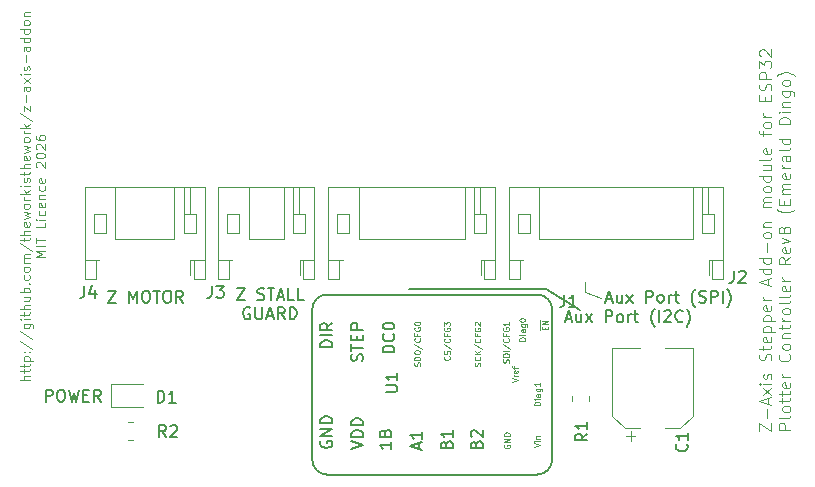
<source format=gbr>
%TF.GenerationSoftware,KiCad,Pcbnew,9.0.7*%
%TF.CreationDate,2026-02-21T16:48:54+00:00*%
%TF.ProjectId,z-axis-addon,7a2d6178-6973-42d6-9164-646f6e2e6b69,A*%
%TF.SameCoordinates,Original*%
%TF.FileFunction,Legend,Top*%
%TF.FilePolarity,Positive*%
%FSLAX46Y46*%
G04 Gerber Fmt 4.6, Leading zero omitted, Abs format (unit mm)*
G04 Created by KiCad (PCBNEW 9.0.7) date 2026-02-21 16:48:54*
%MOMM*%
%LPD*%
G01*
G04 APERTURE LIST*
%ADD10C,0.100000*%
%ADD11C,0.150000*%
%ADD12C,0.120000*%
G04 APERTURE END LIST*
D10*
X155072940Y-129607906D02*
X154272940Y-129607906D01*
X155072940Y-129265049D02*
X154653892Y-129265049D01*
X154653892Y-129265049D02*
X154577702Y-129303144D01*
X154577702Y-129303144D02*
X154539606Y-129379335D01*
X154539606Y-129379335D02*
X154539606Y-129493621D01*
X154539606Y-129493621D02*
X154577702Y-129569811D01*
X154577702Y-129569811D02*
X154615797Y-129607906D01*
X154539606Y-128998382D02*
X154539606Y-128693620D01*
X154272940Y-128884096D02*
X154958654Y-128884096D01*
X154958654Y-128884096D02*
X155034845Y-128846001D01*
X155034845Y-128846001D02*
X155072940Y-128769811D01*
X155072940Y-128769811D02*
X155072940Y-128693620D01*
X154539606Y-128541239D02*
X154539606Y-128236477D01*
X154272940Y-128426953D02*
X154958654Y-128426953D01*
X154958654Y-128426953D02*
X155034845Y-128388858D01*
X155034845Y-128388858D02*
X155072940Y-128312668D01*
X155072940Y-128312668D02*
X155072940Y-128236477D01*
X154539606Y-127969810D02*
X155339606Y-127969810D01*
X154577702Y-127969810D02*
X154539606Y-127893620D01*
X154539606Y-127893620D02*
X154539606Y-127741239D01*
X154539606Y-127741239D02*
X154577702Y-127665048D01*
X154577702Y-127665048D02*
X154615797Y-127626953D01*
X154615797Y-127626953D02*
X154691987Y-127588858D01*
X154691987Y-127588858D02*
X154920559Y-127588858D01*
X154920559Y-127588858D02*
X154996749Y-127626953D01*
X154996749Y-127626953D02*
X155034845Y-127665048D01*
X155034845Y-127665048D02*
X155072940Y-127741239D01*
X155072940Y-127741239D02*
X155072940Y-127893620D01*
X155072940Y-127893620D02*
X155034845Y-127969810D01*
X154996749Y-127246000D02*
X155034845Y-127207905D01*
X155034845Y-127207905D02*
X155072940Y-127246000D01*
X155072940Y-127246000D02*
X155034845Y-127284096D01*
X155034845Y-127284096D02*
X154996749Y-127246000D01*
X154996749Y-127246000D02*
X155072940Y-127246000D01*
X154577702Y-127246000D02*
X154615797Y-127207905D01*
X154615797Y-127207905D02*
X154653892Y-127246000D01*
X154653892Y-127246000D02*
X154615797Y-127284096D01*
X154615797Y-127284096D02*
X154577702Y-127246000D01*
X154577702Y-127246000D02*
X154653892Y-127246000D01*
X154234845Y-126293620D02*
X155263416Y-126979334D01*
X154234845Y-125455525D02*
X155263416Y-126141239D01*
X154539606Y-124846001D02*
X155187225Y-124846001D01*
X155187225Y-124846001D02*
X155263416Y-124884096D01*
X155263416Y-124884096D02*
X155301511Y-124922192D01*
X155301511Y-124922192D02*
X155339606Y-124998382D01*
X155339606Y-124998382D02*
X155339606Y-125112668D01*
X155339606Y-125112668D02*
X155301511Y-125188858D01*
X155034845Y-124846001D02*
X155072940Y-124922192D01*
X155072940Y-124922192D02*
X155072940Y-125074573D01*
X155072940Y-125074573D02*
X155034845Y-125150763D01*
X155034845Y-125150763D02*
X154996749Y-125188858D01*
X154996749Y-125188858D02*
X154920559Y-125226954D01*
X154920559Y-125226954D02*
X154691987Y-125226954D01*
X154691987Y-125226954D02*
X154615797Y-125188858D01*
X154615797Y-125188858D02*
X154577702Y-125150763D01*
X154577702Y-125150763D02*
X154539606Y-125074573D01*
X154539606Y-125074573D02*
X154539606Y-124922192D01*
X154539606Y-124922192D02*
X154577702Y-124846001D01*
X155072940Y-124465048D02*
X154539606Y-124465048D01*
X154272940Y-124465048D02*
X154311035Y-124503144D01*
X154311035Y-124503144D02*
X154349130Y-124465048D01*
X154349130Y-124465048D02*
X154311035Y-124426953D01*
X154311035Y-124426953D02*
X154272940Y-124465048D01*
X154272940Y-124465048D02*
X154349130Y-124465048D01*
X154539606Y-124198382D02*
X154539606Y-123893620D01*
X154272940Y-124084096D02*
X154958654Y-124084096D01*
X154958654Y-124084096D02*
X155034845Y-124046001D01*
X155034845Y-124046001D02*
X155072940Y-123969811D01*
X155072940Y-123969811D02*
X155072940Y-123893620D01*
X155072940Y-123626953D02*
X154272940Y-123626953D01*
X155072940Y-123284096D02*
X154653892Y-123284096D01*
X154653892Y-123284096D02*
X154577702Y-123322191D01*
X154577702Y-123322191D02*
X154539606Y-123398382D01*
X154539606Y-123398382D02*
X154539606Y-123512668D01*
X154539606Y-123512668D02*
X154577702Y-123588858D01*
X154577702Y-123588858D02*
X154615797Y-123626953D01*
X154539606Y-122560286D02*
X155072940Y-122560286D01*
X154539606Y-122903143D02*
X154958654Y-122903143D01*
X154958654Y-122903143D02*
X155034845Y-122865048D01*
X155034845Y-122865048D02*
X155072940Y-122788858D01*
X155072940Y-122788858D02*
X155072940Y-122674572D01*
X155072940Y-122674572D02*
X155034845Y-122598381D01*
X155034845Y-122598381D02*
X154996749Y-122560286D01*
X155072940Y-122179333D02*
X154272940Y-122179333D01*
X154577702Y-122179333D02*
X154539606Y-122103143D01*
X154539606Y-122103143D02*
X154539606Y-121950762D01*
X154539606Y-121950762D02*
X154577702Y-121874571D01*
X154577702Y-121874571D02*
X154615797Y-121836476D01*
X154615797Y-121836476D02*
X154691987Y-121798381D01*
X154691987Y-121798381D02*
X154920559Y-121798381D01*
X154920559Y-121798381D02*
X154996749Y-121836476D01*
X154996749Y-121836476D02*
X155034845Y-121874571D01*
X155034845Y-121874571D02*
X155072940Y-121950762D01*
X155072940Y-121950762D02*
X155072940Y-122103143D01*
X155072940Y-122103143D02*
X155034845Y-122179333D01*
X154996749Y-121455523D02*
X155034845Y-121417428D01*
X155034845Y-121417428D02*
X155072940Y-121455523D01*
X155072940Y-121455523D02*
X155034845Y-121493619D01*
X155034845Y-121493619D02*
X154996749Y-121455523D01*
X154996749Y-121455523D02*
X155072940Y-121455523D01*
X155034845Y-120731714D02*
X155072940Y-120807905D01*
X155072940Y-120807905D02*
X155072940Y-120960286D01*
X155072940Y-120960286D02*
X155034845Y-121036476D01*
X155034845Y-121036476D02*
X154996749Y-121074571D01*
X154996749Y-121074571D02*
X154920559Y-121112667D01*
X154920559Y-121112667D02*
X154691987Y-121112667D01*
X154691987Y-121112667D02*
X154615797Y-121074571D01*
X154615797Y-121074571D02*
X154577702Y-121036476D01*
X154577702Y-121036476D02*
X154539606Y-120960286D01*
X154539606Y-120960286D02*
X154539606Y-120807905D01*
X154539606Y-120807905D02*
X154577702Y-120731714D01*
X155072940Y-120274572D02*
X155034845Y-120350762D01*
X155034845Y-120350762D02*
X154996749Y-120388857D01*
X154996749Y-120388857D02*
X154920559Y-120426953D01*
X154920559Y-120426953D02*
X154691987Y-120426953D01*
X154691987Y-120426953D02*
X154615797Y-120388857D01*
X154615797Y-120388857D02*
X154577702Y-120350762D01*
X154577702Y-120350762D02*
X154539606Y-120274572D01*
X154539606Y-120274572D02*
X154539606Y-120160286D01*
X154539606Y-120160286D02*
X154577702Y-120084095D01*
X154577702Y-120084095D02*
X154615797Y-120046000D01*
X154615797Y-120046000D02*
X154691987Y-120007905D01*
X154691987Y-120007905D02*
X154920559Y-120007905D01*
X154920559Y-120007905D02*
X154996749Y-120046000D01*
X154996749Y-120046000D02*
X155034845Y-120084095D01*
X155034845Y-120084095D02*
X155072940Y-120160286D01*
X155072940Y-120160286D02*
X155072940Y-120274572D01*
X155072940Y-119665047D02*
X154539606Y-119665047D01*
X154615797Y-119665047D02*
X154577702Y-119626952D01*
X154577702Y-119626952D02*
X154539606Y-119550762D01*
X154539606Y-119550762D02*
X154539606Y-119436476D01*
X154539606Y-119436476D02*
X154577702Y-119360285D01*
X154577702Y-119360285D02*
X154653892Y-119322190D01*
X154653892Y-119322190D02*
X155072940Y-119322190D01*
X154653892Y-119322190D02*
X154577702Y-119284095D01*
X154577702Y-119284095D02*
X154539606Y-119207904D01*
X154539606Y-119207904D02*
X154539606Y-119093619D01*
X154539606Y-119093619D02*
X154577702Y-119017428D01*
X154577702Y-119017428D02*
X154653892Y-118979333D01*
X154653892Y-118979333D02*
X155072940Y-118979333D01*
X154234845Y-118026952D02*
X155263416Y-118712666D01*
X154539606Y-117874571D02*
X154539606Y-117569809D01*
X154272940Y-117760285D02*
X154958654Y-117760285D01*
X154958654Y-117760285D02*
X155034845Y-117722190D01*
X155034845Y-117722190D02*
X155072940Y-117646000D01*
X155072940Y-117646000D02*
X155072940Y-117569809D01*
X155072940Y-117303142D02*
X154272940Y-117303142D01*
X155072940Y-116960285D02*
X154653892Y-116960285D01*
X154653892Y-116960285D02*
X154577702Y-116998380D01*
X154577702Y-116998380D02*
X154539606Y-117074571D01*
X154539606Y-117074571D02*
X154539606Y-117188857D01*
X154539606Y-117188857D02*
X154577702Y-117265047D01*
X154577702Y-117265047D02*
X154615797Y-117303142D01*
X155034845Y-116274570D02*
X155072940Y-116350761D01*
X155072940Y-116350761D02*
X155072940Y-116503142D01*
X155072940Y-116503142D02*
X155034845Y-116579332D01*
X155034845Y-116579332D02*
X154958654Y-116617428D01*
X154958654Y-116617428D02*
X154653892Y-116617428D01*
X154653892Y-116617428D02*
X154577702Y-116579332D01*
X154577702Y-116579332D02*
X154539606Y-116503142D01*
X154539606Y-116503142D02*
X154539606Y-116350761D01*
X154539606Y-116350761D02*
X154577702Y-116274570D01*
X154577702Y-116274570D02*
X154653892Y-116236475D01*
X154653892Y-116236475D02*
X154730083Y-116236475D01*
X154730083Y-116236475D02*
X154806273Y-116617428D01*
X154539606Y-115969809D02*
X155072940Y-115817428D01*
X155072940Y-115817428D02*
X154691987Y-115665047D01*
X154691987Y-115665047D02*
X155072940Y-115512666D01*
X155072940Y-115512666D02*
X154539606Y-115360285D01*
X155072940Y-114941238D02*
X155034845Y-115017428D01*
X155034845Y-115017428D02*
X154996749Y-115055523D01*
X154996749Y-115055523D02*
X154920559Y-115093619D01*
X154920559Y-115093619D02*
X154691987Y-115093619D01*
X154691987Y-115093619D02*
X154615797Y-115055523D01*
X154615797Y-115055523D02*
X154577702Y-115017428D01*
X154577702Y-115017428D02*
X154539606Y-114941238D01*
X154539606Y-114941238D02*
X154539606Y-114826952D01*
X154539606Y-114826952D02*
X154577702Y-114750761D01*
X154577702Y-114750761D02*
X154615797Y-114712666D01*
X154615797Y-114712666D02*
X154691987Y-114674571D01*
X154691987Y-114674571D02*
X154920559Y-114674571D01*
X154920559Y-114674571D02*
X154996749Y-114712666D01*
X154996749Y-114712666D02*
X155034845Y-114750761D01*
X155034845Y-114750761D02*
X155072940Y-114826952D01*
X155072940Y-114826952D02*
X155072940Y-114941238D01*
X155072940Y-114331713D02*
X154539606Y-114331713D01*
X154691987Y-114331713D02*
X154615797Y-114293618D01*
X154615797Y-114293618D02*
X154577702Y-114255523D01*
X154577702Y-114255523D02*
X154539606Y-114179332D01*
X154539606Y-114179332D02*
X154539606Y-114103142D01*
X155072940Y-113836475D02*
X154272940Y-113836475D01*
X154768178Y-113760285D02*
X155072940Y-113531713D01*
X154539606Y-113531713D02*
X154844368Y-113836475D01*
X155072940Y-113188856D02*
X154539606Y-113188856D01*
X154272940Y-113188856D02*
X154311035Y-113226952D01*
X154311035Y-113226952D02*
X154349130Y-113188856D01*
X154349130Y-113188856D02*
X154311035Y-113150761D01*
X154311035Y-113150761D02*
X154272940Y-113188856D01*
X154272940Y-113188856D02*
X154349130Y-113188856D01*
X155034845Y-112846000D02*
X155072940Y-112769809D01*
X155072940Y-112769809D02*
X155072940Y-112617428D01*
X155072940Y-112617428D02*
X155034845Y-112541238D01*
X155034845Y-112541238D02*
X154958654Y-112503142D01*
X154958654Y-112503142D02*
X154920559Y-112503142D01*
X154920559Y-112503142D02*
X154844368Y-112541238D01*
X154844368Y-112541238D02*
X154806273Y-112617428D01*
X154806273Y-112617428D02*
X154806273Y-112731714D01*
X154806273Y-112731714D02*
X154768178Y-112807904D01*
X154768178Y-112807904D02*
X154691987Y-112846000D01*
X154691987Y-112846000D02*
X154653892Y-112846000D01*
X154653892Y-112846000D02*
X154577702Y-112807904D01*
X154577702Y-112807904D02*
X154539606Y-112731714D01*
X154539606Y-112731714D02*
X154539606Y-112617428D01*
X154539606Y-112617428D02*
X154577702Y-112541238D01*
X154539606Y-112274571D02*
X154539606Y-111969809D01*
X154272940Y-112160285D02*
X154958654Y-112160285D01*
X154958654Y-112160285D02*
X155034845Y-112122190D01*
X155034845Y-112122190D02*
X155072940Y-112046000D01*
X155072940Y-112046000D02*
X155072940Y-111969809D01*
X155072940Y-111703142D02*
X154272940Y-111703142D01*
X155072940Y-111360285D02*
X154653892Y-111360285D01*
X154653892Y-111360285D02*
X154577702Y-111398380D01*
X154577702Y-111398380D02*
X154539606Y-111474571D01*
X154539606Y-111474571D02*
X154539606Y-111588857D01*
X154539606Y-111588857D02*
X154577702Y-111665047D01*
X154577702Y-111665047D02*
X154615797Y-111703142D01*
X155034845Y-110674570D02*
X155072940Y-110750761D01*
X155072940Y-110750761D02*
X155072940Y-110903142D01*
X155072940Y-110903142D02*
X155034845Y-110979332D01*
X155034845Y-110979332D02*
X154958654Y-111017428D01*
X154958654Y-111017428D02*
X154653892Y-111017428D01*
X154653892Y-111017428D02*
X154577702Y-110979332D01*
X154577702Y-110979332D02*
X154539606Y-110903142D01*
X154539606Y-110903142D02*
X154539606Y-110750761D01*
X154539606Y-110750761D02*
X154577702Y-110674570D01*
X154577702Y-110674570D02*
X154653892Y-110636475D01*
X154653892Y-110636475D02*
X154730083Y-110636475D01*
X154730083Y-110636475D02*
X154806273Y-111017428D01*
X154539606Y-110369809D02*
X155072940Y-110217428D01*
X155072940Y-110217428D02*
X154691987Y-110065047D01*
X154691987Y-110065047D02*
X155072940Y-109912666D01*
X155072940Y-109912666D02*
X154539606Y-109760285D01*
X155072940Y-109341238D02*
X155034845Y-109417428D01*
X155034845Y-109417428D02*
X154996749Y-109455523D01*
X154996749Y-109455523D02*
X154920559Y-109493619D01*
X154920559Y-109493619D02*
X154691987Y-109493619D01*
X154691987Y-109493619D02*
X154615797Y-109455523D01*
X154615797Y-109455523D02*
X154577702Y-109417428D01*
X154577702Y-109417428D02*
X154539606Y-109341238D01*
X154539606Y-109341238D02*
X154539606Y-109226952D01*
X154539606Y-109226952D02*
X154577702Y-109150761D01*
X154577702Y-109150761D02*
X154615797Y-109112666D01*
X154615797Y-109112666D02*
X154691987Y-109074571D01*
X154691987Y-109074571D02*
X154920559Y-109074571D01*
X154920559Y-109074571D02*
X154996749Y-109112666D01*
X154996749Y-109112666D02*
X155034845Y-109150761D01*
X155034845Y-109150761D02*
X155072940Y-109226952D01*
X155072940Y-109226952D02*
X155072940Y-109341238D01*
X155072940Y-108731713D02*
X154539606Y-108731713D01*
X154691987Y-108731713D02*
X154615797Y-108693618D01*
X154615797Y-108693618D02*
X154577702Y-108655523D01*
X154577702Y-108655523D02*
X154539606Y-108579332D01*
X154539606Y-108579332D02*
X154539606Y-108503142D01*
X155072940Y-108236475D02*
X154272940Y-108236475D01*
X154768178Y-108160285D02*
X155072940Y-107931713D01*
X154539606Y-107931713D02*
X154844368Y-108236475D01*
X154234845Y-107017428D02*
X155263416Y-107703142D01*
X154539606Y-106826952D02*
X154539606Y-106407904D01*
X154539606Y-106407904D02*
X155072940Y-106826952D01*
X155072940Y-106826952D02*
X155072940Y-106407904D01*
X154768178Y-106103142D02*
X154768178Y-105493619D01*
X155072940Y-104769809D02*
X154653892Y-104769809D01*
X154653892Y-104769809D02*
X154577702Y-104807904D01*
X154577702Y-104807904D02*
X154539606Y-104884095D01*
X154539606Y-104884095D02*
X154539606Y-105036476D01*
X154539606Y-105036476D02*
X154577702Y-105112666D01*
X155034845Y-104769809D02*
X155072940Y-104846000D01*
X155072940Y-104846000D02*
X155072940Y-105036476D01*
X155072940Y-105036476D02*
X155034845Y-105112666D01*
X155034845Y-105112666D02*
X154958654Y-105150762D01*
X154958654Y-105150762D02*
X154882464Y-105150762D01*
X154882464Y-105150762D02*
X154806273Y-105112666D01*
X154806273Y-105112666D02*
X154768178Y-105036476D01*
X154768178Y-105036476D02*
X154768178Y-104846000D01*
X154768178Y-104846000D02*
X154730083Y-104769809D01*
X155072940Y-104465047D02*
X154539606Y-104045999D01*
X154539606Y-104465047D02*
X155072940Y-104045999D01*
X155072940Y-103741237D02*
X154539606Y-103741237D01*
X154272940Y-103741237D02*
X154311035Y-103779333D01*
X154311035Y-103779333D02*
X154349130Y-103741237D01*
X154349130Y-103741237D02*
X154311035Y-103703142D01*
X154311035Y-103703142D02*
X154272940Y-103741237D01*
X154272940Y-103741237D02*
X154349130Y-103741237D01*
X155034845Y-103398381D02*
X155072940Y-103322190D01*
X155072940Y-103322190D02*
X155072940Y-103169809D01*
X155072940Y-103169809D02*
X155034845Y-103093619D01*
X155034845Y-103093619D02*
X154958654Y-103055523D01*
X154958654Y-103055523D02*
X154920559Y-103055523D01*
X154920559Y-103055523D02*
X154844368Y-103093619D01*
X154844368Y-103093619D02*
X154806273Y-103169809D01*
X154806273Y-103169809D02*
X154806273Y-103284095D01*
X154806273Y-103284095D02*
X154768178Y-103360285D01*
X154768178Y-103360285D02*
X154691987Y-103398381D01*
X154691987Y-103398381D02*
X154653892Y-103398381D01*
X154653892Y-103398381D02*
X154577702Y-103360285D01*
X154577702Y-103360285D02*
X154539606Y-103284095D01*
X154539606Y-103284095D02*
X154539606Y-103169809D01*
X154539606Y-103169809D02*
X154577702Y-103093619D01*
X154768178Y-102712666D02*
X154768178Y-102103143D01*
X155072940Y-101379333D02*
X154653892Y-101379333D01*
X154653892Y-101379333D02*
X154577702Y-101417428D01*
X154577702Y-101417428D02*
X154539606Y-101493619D01*
X154539606Y-101493619D02*
X154539606Y-101646000D01*
X154539606Y-101646000D02*
X154577702Y-101722190D01*
X155034845Y-101379333D02*
X155072940Y-101455524D01*
X155072940Y-101455524D02*
X155072940Y-101646000D01*
X155072940Y-101646000D02*
X155034845Y-101722190D01*
X155034845Y-101722190D02*
X154958654Y-101760286D01*
X154958654Y-101760286D02*
X154882464Y-101760286D01*
X154882464Y-101760286D02*
X154806273Y-101722190D01*
X154806273Y-101722190D02*
X154768178Y-101646000D01*
X154768178Y-101646000D02*
X154768178Y-101455524D01*
X154768178Y-101455524D02*
X154730083Y-101379333D01*
X155072940Y-100655523D02*
X154272940Y-100655523D01*
X155034845Y-100655523D02*
X155072940Y-100731714D01*
X155072940Y-100731714D02*
X155072940Y-100884095D01*
X155072940Y-100884095D02*
X155034845Y-100960285D01*
X155034845Y-100960285D02*
X154996749Y-100998380D01*
X154996749Y-100998380D02*
X154920559Y-101036476D01*
X154920559Y-101036476D02*
X154691987Y-101036476D01*
X154691987Y-101036476D02*
X154615797Y-100998380D01*
X154615797Y-100998380D02*
X154577702Y-100960285D01*
X154577702Y-100960285D02*
X154539606Y-100884095D01*
X154539606Y-100884095D02*
X154539606Y-100731714D01*
X154539606Y-100731714D02*
X154577702Y-100655523D01*
X155072940Y-99931713D02*
X154272940Y-99931713D01*
X155034845Y-99931713D02*
X155072940Y-100007904D01*
X155072940Y-100007904D02*
X155072940Y-100160285D01*
X155072940Y-100160285D02*
X155034845Y-100236475D01*
X155034845Y-100236475D02*
X154996749Y-100274570D01*
X154996749Y-100274570D02*
X154920559Y-100312666D01*
X154920559Y-100312666D02*
X154691987Y-100312666D01*
X154691987Y-100312666D02*
X154615797Y-100274570D01*
X154615797Y-100274570D02*
X154577702Y-100236475D01*
X154577702Y-100236475D02*
X154539606Y-100160285D01*
X154539606Y-100160285D02*
X154539606Y-100007904D01*
X154539606Y-100007904D02*
X154577702Y-99931713D01*
X155072940Y-99436475D02*
X155034845Y-99512665D01*
X155034845Y-99512665D02*
X154996749Y-99550760D01*
X154996749Y-99550760D02*
X154920559Y-99588856D01*
X154920559Y-99588856D02*
X154691987Y-99588856D01*
X154691987Y-99588856D02*
X154615797Y-99550760D01*
X154615797Y-99550760D02*
X154577702Y-99512665D01*
X154577702Y-99512665D02*
X154539606Y-99436475D01*
X154539606Y-99436475D02*
X154539606Y-99322189D01*
X154539606Y-99322189D02*
X154577702Y-99245998D01*
X154577702Y-99245998D02*
X154615797Y-99207903D01*
X154615797Y-99207903D02*
X154691987Y-99169808D01*
X154691987Y-99169808D02*
X154920559Y-99169808D01*
X154920559Y-99169808D02*
X154996749Y-99207903D01*
X154996749Y-99207903D02*
X155034845Y-99245998D01*
X155034845Y-99245998D02*
X155072940Y-99322189D01*
X155072940Y-99322189D02*
X155072940Y-99436475D01*
X154539606Y-98826950D02*
X155072940Y-98826950D01*
X154615797Y-98826950D02*
X154577702Y-98788855D01*
X154577702Y-98788855D02*
X154539606Y-98712665D01*
X154539606Y-98712665D02*
X154539606Y-98598379D01*
X154539606Y-98598379D02*
X154577702Y-98522188D01*
X154577702Y-98522188D02*
X154653892Y-98484093D01*
X154653892Y-98484093D02*
X155072940Y-98484093D01*
X156360895Y-119188856D02*
X155560895Y-119188856D01*
X155560895Y-119188856D02*
X156132323Y-118922190D01*
X156132323Y-118922190D02*
X155560895Y-118655523D01*
X155560895Y-118655523D02*
X156360895Y-118655523D01*
X156360895Y-118274570D02*
X155560895Y-118274570D01*
X155560895Y-118007904D02*
X155560895Y-117550761D01*
X156360895Y-117779333D02*
X155560895Y-117779333D01*
X156360895Y-116293618D02*
X156360895Y-116674570D01*
X156360895Y-116674570D02*
X155560895Y-116674570D01*
X156360895Y-116026951D02*
X155827561Y-116026951D01*
X155560895Y-116026951D02*
X155598990Y-116065047D01*
X155598990Y-116065047D02*
X155637085Y-116026951D01*
X155637085Y-116026951D02*
X155598990Y-115988856D01*
X155598990Y-115988856D02*
X155560895Y-116026951D01*
X155560895Y-116026951D02*
X155637085Y-116026951D01*
X156322800Y-115303142D02*
X156360895Y-115379333D01*
X156360895Y-115379333D02*
X156360895Y-115531714D01*
X156360895Y-115531714D02*
X156322800Y-115607904D01*
X156322800Y-115607904D02*
X156284704Y-115645999D01*
X156284704Y-115645999D02*
X156208514Y-115684095D01*
X156208514Y-115684095D02*
X155979942Y-115684095D01*
X155979942Y-115684095D02*
X155903752Y-115645999D01*
X155903752Y-115645999D02*
X155865657Y-115607904D01*
X155865657Y-115607904D02*
X155827561Y-115531714D01*
X155827561Y-115531714D02*
X155827561Y-115379333D01*
X155827561Y-115379333D02*
X155865657Y-115303142D01*
X156322800Y-114655523D02*
X156360895Y-114731714D01*
X156360895Y-114731714D02*
X156360895Y-114884095D01*
X156360895Y-114884095D02*
X156322800Y-114960285D01*
X156322800Y-114960285D02*
X156246609Y-114998381D01*
X156246609Y-114998381D02*
X155941847Y-114998381D01*
X155941847Y-114998381D02*
X155865657Y-114960285D01*
X155865657Y-114960285D02*
X155827561Y-114884095D01*
X155827561Y-114884095D02*
X155827561Y-114731714D01*
X155827561Y-114731714D02*
X155865657Y-114655523D01*
X155865657Y-114655523D02*
X155941847Y-114617428D01*
X155941847Y-114617428D02*
X156018038Y-114617428D01*
X156018038Y-114617428D02*
X156094228Y-114998381D01*
X155827561Y-114274571D02*
X156360895Y-114274571D01*
X155903752Y-114274571D02*
X155865657Y-114236476D01*
X155865657Y-114236476D02*
X155827561Y-114160286D01*
X155827561Y-114160286D02*
X155827561Y-114046000D01*
X155827561Y-114046000D02*
X155865657Y-113969809D01*
X155865657Y-113969809D02*
X155941847Y-113931714D01*
X155941847Y-113931714D02*
X156360895Y-113931714D01*
X156322800Y-113207904D02*
X156360895Y-113284095D01*
X156360895Y-113284095D02*
X156360895Y-113436476D01*
X156360895Y-113436476D02*
X156322800Y-113512666D01*
X156322800Y-113512666D02*
X156284704Y-113550761D01*
X156284704Y-113550761D02*
X156208514Y-113588857D01*
X156208514Y-113588857D02*
X155979942Y-113588857D01*
X155979942Y-113588857D02*
X155903752Y-113550761D01*
X155903752Y-113550761D02*
X155865657Y-113512666D01*
X155865657Y-113512666D02*
X155827561Y-113436476D01*
X155827561Y-113436476D02*
X155827561Y-113284095D01*
X155827561Y-113284095D02*
X155865657Y-113207904D01*
X156322800Y-112560285D02*
X156360895Y-112636476D01*
X156360895Y-112636476D02*
X156360895Y-112788857D01*
X156360895Y-112788857D02*
X156322800Y-112865047D01*
X156322800Y-112865047D02*
X156246609Y-112903143D01*
X156246609Y-112903143D02*
X155941847Y-112903143D01*
X155941847Y-112903143D02*
X155865657Y-112865047D01*
X155865657Y-112865047D02*
X155827561Y-112788857D01*
X155827561Y-112788857D02*
X155827561Y-112636476D01*
X155827561Y-112636476D02*
X155865657Y-112560285D01*
X155865657Y-112560285D02*
X155941847Y-112522190D01*
X155941847Y-112522190D02*
X156018038Y-112522190D01*
X156018038Y-112522190D02*
X156094228Y-112903143D01*
X155637085Y-111607905D02*
X155598990Y-111569809D01*
X155598990Y-111569809D02*
X155560895Y-111493619D01*
X155560895Y-111493619D02*
X155560895Y-111303143D01*
X155560895Y-111303143D02*
X155598990Y-111226952D01*
X155598990Y-111226952D02*
X155637085Y-111188857D01*
X155637085Y-111188857D02*
X155713276Y-111150762D01*
X155713276Y-111150762D02*
X155789466Y-111150762D01*
X155789466Y-111150762D02*
X155903752Y-111188857D01*
X155903752Y-111188857D02*
X156360895Y-111646000D01*
X156360895Y-111646000D02*
X156360895Y-111150762D01*
X155560895Y-110655523D02*
X155560895Y-110579333D01*
X155560895Y-110579333D02*
X155598990Y-110503142D01*
X155598990Y-110503142D02*
X155637085Y-110465047D01*
X155637085Y-110465047D02*
X155713276Y-110426952D01*
X155713276Y-110426952D02*
X155865657Y-110388857D01*
X155865657Y-110388857D02*
X156056133Y-110388857D01*
X156056133Y-110388857D02*
X156208514Y-110426952D01*
X156208514Y-110426952D02*
X156284704Y-110465047D01*
X156284704Y-110465047D02*
X156322800Y-110503142D01*
X156322800Y-110503142D02*
X156360895Y-110579333D01*
X156360895Y-110579333D02*
X156360895Y-110655523D01*
X156360895Y-110655523D02*
X156322800Y-110731714D01*
X156322800Y-110731714D02*
X156284704Y-110769809D01*
X156284704Y-110769809D02*
X156208514Y-110807904D01*
X156208514Y-110807904D02*
X156056133Y-110846000D01*
X156056133Y-110846000D02*
X155865657Y-110846000D01*
X155865657Y-110846000D02*
X155713276Y-110807904D01*
X155713276Y-110807904D02*
X155637085Y-110769809D01*
X155637085Y-110769809D02*
X155598990Y-110731714D01*
X155598990Y-110731714D02*
X155560895Y-110655523D01*
X155637085Y-110084095D02*
X155598990Y-110045999D01*
X155598990Y-110045999D02*
X155560895Y-109969809D01*
X155560895Y-109969809D02*
X155560895Y-109779333D01*
X155560895Y-109779333D02*
X155598990Y-109703142D01*
X155598990Y-109703142D02*
X155637085Y-109665047D01*
X155637085Y-109665047D02*
X155713276Y-109626952D01*
X155713276Y-109626952D02*
X155789466Y-109626952D01*
X155789466Y-109626952D02*
X155903752Y-109665047D01*
X155903752Y-109665047D02*
X156360895Y-110122190D01*
X156360895Y-110122190D02*
X156360895Y-109626952D01*
X155560895Y-108941237D02*
X155560895Y-109093618D01*
X155560895Y-109093618D02*
X155598990Y-109169809D01*
X155598990Y-109169809D02*
X155637085Y-109207904D01*
X155637085Y-109207904D02*
X155751371Y-109284094D01*
X155751371Y-109284094D02*
X155903752Y-109322190D01*
X155903752Y-109322190D02*
X156208514Y-109322190D01*
X156208514Y-109322190D02*
X156284704Y-109284094D01*
X156284704Y-109284094D02*
X156322800Y-109245999D01*
X156322800Y-109245999D02*
X156360895Y-109169809D01*
X156360895Y-109169809D02*
X156360895Y-109017428D01*
X156360895Y-109017428D02*
X156322800Y-108941237D01*
X156322800Y-108941237D02*
X156284704Y-108903142D01*
X156284704Y-108903142D02*
X156208514Y-108865047D01*
X156208514Y-108865047D02*
X156018038Y-108865047D01*
X156018038Y-108865047D02*
X155941847Y-108903142D01*
X155941847Y-108903142D02*
X155903752Y-108941237D01*
X155903752Y-108941237D02*
X155865657Y-109017428D01*
X155865657Y-109017428D02*
X155865657Y-109169809D01*
X155865657Y-109169809D02*
X155903752Y-109245999D01*
X155903752Y-109245999D02*
X155941847Y-109284094D01*
X155941847Y-109284094D02*
X156018038Y-109322190D01*
X216845475Y-133903353D02*
X216845475Y-133236687D01*
X216845475Y-133236687D02*
X217845475Y-133903353D01*
X217845475Y-133903353D02*
X217845475Y-133236687D01*
X217464522Y-132855734D02*
X217464522Y-132093830D01*
X217559760Y-131665258D02*
X217559760Y-131189068D01*
X217845475Y-131760496D02*
X216845475Y-131427163D01*
X216845475Y-131427163D02*
X217845475Y-131093830D01*
X217845475Y-130855734D02*
X217178808Y-130331925D01*
X217178808Y-130855734D02*
X217845475Y-130331925D01*
X217845475Y-129950972D02*
X217178808Y-129950972D01*
X216845475Y-129950972D02*
X216893094Y-129998591D01*
X216893094Y-129998591D02*
X216940713Y-129950972D01*
X216940713Y-129950972D02*
X216893094Y-129903353D01*
X216893094Y-129903353D02*
X216845475Y-129950972D01*
X216845475Y-129950972D02*
X216940713Y-129950972D01*
X217797856Y-129522401D02*
X217845475Y-129427163D01*
X217845475Y-129427163D02*
X217845475Y-129236687D01*
X217845475Y-129236687D02*
X217797856Y-129141449D01*
X217797856Y-129141449D02*
X217702617Y-129093830D01*
X217702617Y-129093830D02*
X217654998Y-129093830D01*
X217654998Y-129093830D02*
X217559760Y-129141449D01*
X217559760Y-129141449D02*
X217512141Y-129236687D01*
X217512141Y-129236687D02*
X217512141Y-129379544D01*
X217512141Y-129379544D02*
X217464522Y-129474782D01*
X217464522Y-129474782D02*
X217369284Y-129522401D01*
X217369284Y-129522401D02*
X217321665Y-129522401D01*
X217321665Y-129522401D02*
X217226427Y-129474782D01*
X217226427Y-129474782D02*
X217178808Y-129379544D01*
X217178808Y-129379544D02*
X217178808Y-129236687D01*
X217178808Y-129236687D02*
X217226427Y-129141449D01*
X217797856Y-127950972D02*
X217845475Y-127808115D01*
X217845475Y-127808115D02*
X217845475Y-127570020D01*
X217845475Y-127570020D02*
X217797856Y-127474782D01*
X217797856Y-127474782D02*
X217750236Y-127427163D01*
X217750236Y-127427163D02*
X217654998Y-127379544D01*
X217654998Y-127379544D02*
X217559760Y-127379544D01*
X217559760Y-127379544D02*
X217464522Y-127427163D01*
X217464522Y-127427163D02*
X217416903Y-127474782D01*
X217416903Y-127474782D02*
X217369284Y-127570020D01*
X217369284Y-127570020D02*
X217321665Y-127760496D01*
X217321665Y-127760496D02*
X217274046Y-127855734D01*
X217274046Y-127855734D02*
X217226427Y-127903353D01*
X217226427Y-127903353D02*
X217131189Y-127950972D01*
X217131189Y-127950972D02*
X217035951Y-127950972D01*
X217035951Y-127950972D02*
X216940713Y-127903353D01*
X216940713Y-127903353D02*
X216893094Y-127855734D01*
X216893094Y-127855734D02*
X216845475Y-127760496D01*
X216845475Y-127760496D02*
X216845475Y-127522401D01*
X216845475Y-127522401D02*
X216893094Y-127379544D01*
X217178808Y-127093829D02*
X217178808Y-126712877D01*
X216845475Y-126950972D02*
X217702617Y-126950972D01*
X217702617Y-126950972D02*
X217797856Y-126903353D01*
X217797856Y-126903353D02*
X217845475Y-126808115D01*
X217845475Y-126808115D02*
X217845475Y-126712877D01*
X217797856Y-125998591D02*
X217845475Y-126093829D01*
X217845475Y-126093829D02*
X217845475Y-126284305D01*
X217845475Y-126284305D02*
X217797856Y-126379543D01*
X217797856Y-126379543D02*
X217702617Y-126427162D01*
X217702617Y-126427162D02*
X217321665Y-126427162D01*
X217321665Y-126427162D02*
X217226427Y-126379543D01*
X217226427Y-126379543D02*
X217178808Y-126284305D01*
X217178808Y-126284305D02*
X217178808Y-126093829D01*
X217178808Y-126093829D02*
X217226427Y-125998591D01*
X217226427Y-125998591D02*
X217321665Y-125950972D01*
X217321665Y-125950972D02*
X217416903Y-125950972D01*
X217416903Y-125950972D02*
X217512141Y-126427162D01*
X217178808Y-125522400D02*
X218178808Y-125522400D01*
X217226427Y-125522400D02*
X217178808Y-125427162D01*
X217178808Y-125427162D02*
X217178808Y-125236686D01*
X217178808Y-125236686D02*
X217226427Y-125141448D01*
X217226427Y-125141448D02*
X217274046Y-125093829D01*
X217274046Y-125093829D02*
X217369284Y-125046210D01*
X217369284Y-125046210D02*
X217654998Y-125046210D01*
X217654998Y-125046210D02*
X217750236Y-125093829D01*
X217750236Y-125093829D02*
X217797856Y-125141448D01*
X217797856Y-125141448D02*
X217845475Y-125236686D01*
X217845475Y-125236686D02*
X217845475Y-125427162D01*
X217845475Y-125427162D02*
X217797856Y-125522400D01*
X217178808Y-124617638D02*
X218178808Y-124617638D01*
X217226427Y-124617638D02*
X217178808Y-124522400D01*
X217178808Y-124522400D02*
X217178808Y-124331924D01*
X217178808Y-124331924D02*
X217226427Y-124236686D01*
X217226427Y-124236686D02*
X217274046Y-124189067D01*
X217274046Y-124189067D02*
X217369284Y-124141448D01*
X217369284Y-124141448D02*
X217654998Y-124141448D01*
X217654998Y-124141448D02*
X217750236Y-124189067D01*
X217750236Y-124189067D02*
X217797856Y-124236686D01*
X217797856Y-124236686D02*
X217845475Y-124331924D01*
X217845475Y-124331924D02*
X217845475Y-124522400D01*
X217845475Y-124522400D02*
X217797856Y-124617638D01*
X217797856Y-123331924D02*
X217845475Y-123427162D01*
X217845475Y-123427162D02*
X217845475Y-123617638D01*
X217845475Y-123617638D02*
X217797856Y-123712876D01*
X217797856Y-123712876D02*
X217702617Y-123760495D01*
X217702617Y-123760495D02*
X217321665Y-123760495D01*
X217321665Y-123760495D02*
X217226427Y-123712876D01*
X217226427Y-123712876D02*
X217178808Y-123617638D01*
X217178808Y-123617638D02*
X217178808Y-123427162D01*
X217178808Y-123427162D02*
X217226427Y-123331924D01*
X217226427Y-123331924D02*
X217321665Y-123284305D01*
X217321665Y-123284305D02*
X217416903Y-123284305D01*
X217416903Y-123284305D02*
X217512141Y-123760495D01*
X217845475Y-122855733D02*
X217178808Y-122855733D01*
X217369284Y-122855733D02*
X217274046Y-122808114D01*
X217274046Y-122808114D02*
X217226427Y-122760495D01*
X217226427Y-122760495D02*
X217178808Y-122665257D01*
X217178808Y-122665257D02*
X217178808Y-122570019D01*
X217559760Y-121522399D02*
X217559760Y-121046209D01*
X217845475Y-121617637D02*
X216845475Y-121284304D01*
X216845475Y-121284304D02*
X217845475Y-120950971D01*
X217845475Y-120189066D02*
X216845475Y-120189066D01*
X217797856Y-120189066D02*
X217845475Y-120284304D01*
X217845475Y-120284304D02*
X217845475Y-120474780D01*
X217845475Y-120474780D02*
X217797856Y-120570018D01*
X217797856Y-120570018D02*
X217750236Y-120617637D01*
X217750236Y-120617637D02*
X217654998Y-120665256D01*
X217654998Y-120665256D02*
X217369284Y-120665256D01*
X217369284Y-120665256D02*
X217274046Y-120617637D01*
X217274046Y-120617637D02*
X217226427Y-120570018D01*
X217226427Y-120570018D02*
X217178808Y-120474780D01*
X217178808Y-120474780D02*
X217178808Y-120284304D01*
X217178808Y-120284304D02*
X217226427Y-120189066D01*
X217845475Y-119284304D02*
X216845475Y-119284304D01*
X217797856Y-119284304D02*
X217845475Y-119379542D01*
X217845475Y-119379542D02*
X217845475Y-119570018D01*
X217845475Y-119570018D02*
X217797856Y-119665256D01*
X217797856Y-119665256D02*
X217750236Y-119712875D01*
X217750236Y-119712875D02*
X217654998Y-119760494D01*
X217654998Y-119760494D02*
X217369284Y-119760494D01*
X217369284Y-119760494D02*
X217274046Y-119712875D01*
X217274046Y-119712875D02*
X217226427Y-119665256D01*
X217226427Y-119665256D02*
X217178808Y-119570018D01*
X217178808Y-119570018D02*
X217178808Y-119379542D01*
X217178808Y-119379542D02*
X217226427Y-119284304D01*
X217464522Y-118808113D02*
X217464522Y-118046209D01*
X217845475Y-117427161D02*
X217797856Y-117522399D01*
X217797856Y-117522399D02*
X217750236Y-117570018D01*
X217750236Y-117570018D02*
X217654998Y-117617637D01*
X217654998Y-117617637D02*
X217369284Y-117617637D01*
X217369284Y-117617637D02*
X217274046Y-117570018D01*
X217274046Y-117570018D02*
X217226427Y-117522399D01*
X217226427Y-117522399D02*
X217178808Y-117427161D01*
X217178808Y-117427161D02*
X217178808Y-117284304D01*
X217178808Y-117284304D02*
X217226427Y-117189066D01*
X217226427Y-117189066D02*
X217274046Y-117141447D01*
X217274046Y-117141447D02*
X217369284Y-117093828D01*
X217369284Y-117093828D02*
X217654998Y-117093828D01*
X217654998Y-117093828D02*
X217750236Y-117141447D01*
X217750236Y-117141447D02*
X217797856Y-117189066D01*
X217797856Y-117189066D02*
X217845475Y-117284304D01*
X217845475Y-117284304D02*
X217845475Y-117427161D01*
X217178808Y-116665256D02*
X217845475Y-116665256D01*
X217274046Y-116665256D02*
X217226427Y-116617637D01*
X217226427Y-116617637D02*
X217178808Y-116522399D01*
X217178808Y-116522399D02*
X217178808Y-116379542D01*
X217178808Y-116379542D02*
X217226427Y-116284304D01*
X217226427Y-116284304D02*
X217321665Y-116236685D01*
X217321665Y-116236685D02*
X217845475Y-116236685D01*
X217845475Y-114998589D02*
X217178808Y-114998589D01*
X217274046Y-114998589D02*
X217226427Y-114950970D01*
X217226427Y-114950970D02*
X217178808Y-114855732D01*
X217178808Y-114855732D02*
X217178808Y-114712875D01*
X217178808Y-114712875D02*
X217226427Y-114617637D01*
X217226427Y-114617637D02*
X217321665Y-114570018D01*
X217321665Y-114570018D02*
X217845475Y-114570018D01*
X217321665Y-114570018D02*
X217226427Y-114522399D01*
X217226427Y-114522399D02*
X217178808Y-114427161D01*
X217178808Y-114427161D02*
X217178808Y-114284304D01*
X217178808Y-114284304D02*
X217226427Y-114189065D01*
X217226427Y-114189065D02*
X217321665Y-114141446D01*
X217321665Y-114141446D02*
X217845475Y-114141446D01*
X217845475Y-113522399D02*
X217797856Y-113617637D01*
X217797856Y-113617637D02*
X217750236Y-113665256D01*
X217750236Y-113665256D02*
X217654998Y-113712875D01*
X217654998Y-113712875D02*
X217369284Y-113712875D01*
X217369284Y-113712875D02*
X217274046Y-113665256D01*
X217274046Y-113665256D02*
X217226427Y-113617637D01*
X217226427Y-113617637D02*
X217178808Y-113522399D01*
X217178808Y-113522399D02*
X217178808Y-113379542D01*
X217178808Y-113379542D02*
X217226427Y-113284304D01*
X217226427Y-113284304D02*
X217274046Y-113236685D01*
X217274046Y-113236685D02*
X217369284Y-113189066D01*
X217369284Y-113189066D02*
X217654998Y-113189066D01*
X217654998Y-113189066D02*
X217750236Y-113236685D01*
X217750236Y-113236685D02*
X217797856Y-113284304D01*
X217797856Y-113284304D02*
X217845475Y-113379542D01*
X217845475Y-113379542D02*
X217845475Y-113522399D01*
X217845475Y-112331923D02*
X216845475Y-112331923D01*
X217797856Y-112331923D02*
X217845475Y-112427161D01*
X217845475Y-112427161D02*
X217845475Y-112617637D01*
X217845475Y-112617637D02*
X217797856Y-112712875D01*
X217797856Y-112712875D02*
X217750236Y-112760494D01*
X217750236Y-112760494D02*
X217654998Y-112808113D01*
X217654998Y-112808113D02*
X217369284Y-112808113D01*
X217369284Y-112808113D02*
X217274046Y-112760494D01*
X217274046Y-112760494D02*
X217226427Y-112712875D01*
X217226427Y-112712875D02*
X217178808Y-112617637D01*
X217178808Y-112617637D02*
X217178808Y-112427161D01*
X217178808Y-112427161D02*
X217226427Y-112331923D01*
X217178808Y-111427161D02*
X217845475Y-111427161D01*
X217178808Y-111855732D02*
X217702617Y-111855732D01*
X217702617Y-111855732D02*
X217797856Y-111808113D01*
X217797856Y-111808113D02*
X217845475Y-111712875D01*
X217845475Y-111712875D02*
X217845475Y-111570018D01*
X217845475Y-111570018D02*
X217797856Y-111474780D01*
X217797856Y-111474780D02*
X217750236Y-111427161D01*
X217845475Y-110808113D02*
X217797856Y-110903351D01*
X217797856Y-110903351D02*
X217702617Y-110950970D01*
X217702617Y-110950970D02*
X216845475Y-110950970D01*
X217797856Y-110046208D02*
X217845475Y-110141446D01*
X217845475Y-110141446D02*
X217845475Y-110331922D01*
X217845475Y-110331922D02*
X217797856Y-110427160D01*
X217797856Y-110427160D02*
X217702617Y-110474779D01*
X217702617Y-110474779D02*
X217321665Y-110474779D01*
X217321665Y-110474779D02*
X217226427Y-110427160D01*
X217226427Y-110427160D02*
X217178808Y-110331922D01*
X217178808Y-110331922D02*
X217178808Y-110141446D01*
X217178808Y-110141446D02*
X217226427Y-110046208D01*
X217226427Y-110046208D02*
X217321665Y-109998589D01*
X217321665Y-109998589D02*
X217416903Y-109998589D01*
X217416903Y-109998589D02*
X217512141Y-110474779D01*
X217178808Y-108950969D02*
X217178808Y-108570017D01*
X217845475Y-108808112D02*
X216988332Y-108808112D01*
X216988332Y-108808112D02*
X216893094Y-108760493D01*
X216893094Y-108760493D02*
X216845475Y-108665255D01*
X216845475Y-108665255D02*
X216845475Y-108570017D01*
X217845475Y-108093826D02*
X217797856Y-108189064D01*
X217797856Y-108189064D02*
X217750236Y-108236683D01*
X217750236Y-108236683D02*
X217654998Y-108284302D01*
X217654998Y-108284302D02*
X217369284Y-108284302D01*
X217369284Y-108284302D02*
X217274046Y-108236683D01*
X217274046Y-108236683D02*
X217226427Y-108189064D01*
X217226427Y-108189064D02*
X217178808Y-108093826D01*
X217178808Y-108093826D02*
X217178808Y-107950969D01*
X217178808Y-107950969D02*
X217226427Y-107855731D01*
X217226427Y-107855731D02*
X217274046Y-107808112D01*
X217274046Y-107808112D02*
X217369284Y-107760493D01*
X217369284Y-107760493D02*
X217654998Y-107760493D01*
X217654998Y-107760493D02*
X217750236Y-107808112D01*
X217750236Y-107808112D02*
X217797856Y-107855731D01*
X217797856Y-107855731D02*
X217845475Y-107950969D01*
X217845475Y-107950969D02*
X217845475Y-108093826D01*
X217845475Y-107331921D02*
X217178808Y-107331921D01*
X217369284Y-107331921D02*
X217274046Y-107284302D01*
X217274046Y-107284302D02*
X217226427Y-107236683D01*
X217226427Y-107236683D02*
X217178808Y-107141445D01*
X217178808Y-107141445D02*
X217178808Y-107046207D01*
X217321665Y-105950968D02*
X217321665Y-105617635D01*
X217845475Y-105474778D02*
X217845475Y-105950968D01*
X217845475Y-105950968D02*
X216845475Y-105950968D01*
X216845475Y-105950968D02*
X216845475Y-105474778D01*
X217797856Y-105093825D02*
X217845475Y-104950968D01*
X217845475Y-104950968D02*
X217845475Y-104712873D01*
X217845475Y-104712873D02*
X217797856Y-104617635D01*
X217797856Y-104617635D02*
X217750236Y-104570016D01*
X217750236Y-104570016D02*
X217654998Y-104522397D01*
X217654998Y-104522397D02*
X217559760Y-104522397D01*
X217559760Y-104522397D02*
X217464522Y-104570016D01*
X217464522Y-104570016D02*
X217416903Y-104617635D01*
X217416903Y-104617635D02*
X217369284Y-104712873D01*
X217369284Y-104712873D02*
X217321665Y-104903349D01*
X217321665Y-104903349D02*
X217274046Y-104998587D01*
X217274046Y-104998587D02*
X217226427Y-105046206D01*
X217226427Y-105046206D02*
X217131189Y-105093825D01*
X217131189Y-105093825D02*
X217035951Y-105093825D01*
X217035951Y-105093825D02*
X216940713Y-105046206D01*
X216940713Y-105046206D02*
X216893094Y-104998587D01*
X216893094Y-104998587D02*
X216845475Y-104903349D01*
X216845475Y-104903349D02*
X216845475Y-104665254D01*
X216845475Y-104665254D02*
X216893094Y-104522397D01*
X217845475Y-104093825D02*
X216845475Y-104093825D01*
X216845475Y-104093825D02*
X216845475Y-103712873D01*
X216845475Y-103712873D02*
X216893094Y-103617635D01*
X216893094Y-103617635D02*
X216940713Y-103570016D01*
X216940713Y-103570016D02*
X217035951Y-103522397D01*
X217035951Y-103522397D02*
X217178808Y-103522397D01*
X217178808Y-103522397D02*
X217274046Y-103570016D01*
X217274046Y-103570016D02*
X217321665Y-103617635D01*
X217321665Y-103617635D02*
X217369284Y-103712873D01*
X217369284Y-103712873D02*
X217369284Y-104093825D01*
X216845475Y-103189063D02*
X216845475Y-102570016D01*
X216845475Y-102570016D02*
X217226427Y-102903349D01*
X217226427Y-102903349D02*
X217226427Y-102760492D01*
X217226427Y-102760492D02*
X217274046Y-102665254D01*
X217274046Y-102665254D02*
X217321665Y-102617635D01*
X217321665Y-102617635D02*
X217416903Y-102570016D01*
X217416903Y-102570016D02*
X217654998Y-102570016D01*
X217654998Y-102570016D02*
X217750236Y-102617635D01*
X217750236Y-102617635D02*
X217797856Y-102665254D01*
X217797856Y-102665254D02*
X217845475Y-102760492D01*
X217845475Y-102760492D02*
X217845475Y-103046206D01*
X217845475Y-103046206D02*
X217797856Y-103141444D01*
X217797856Y-103141444D02*
X217750236Y-103189063D01*
X216940713Y-102189063D02*
X216893094Y-102141444D01*
X216893094Y-102141444D02*
X216845475Y-102046206D01*
X216845475Y-102046206D02*
X216845475Y-101808111D01*
X216845475Y-101808111D02*
X216893094Y-101712873D01*
X216893094Y-101712873D02*
X216940713Y-101665254D01*
X216940713Y-101665254D02*
X217035951Y-101617635D01*
X217035951Y-101617635D02*
X217131189Y-101617635D01*
X217131189Y-101617635D02*
X217274046Y-101665254D01*
X217274046Y-101665254D02*
X217845475Y-102236682D01*
X217845475Y-102236682D02*
X217845475Y-101617635D01*
X219455419Y-133808115D02*
X218455419Y-133808115D01*
X218455419Y-133808115D02*
X218455419Y-133427163D01*
X218455419Y-133427163D02*
X218503038Y-133331925D01*
X218503038Y-133331925D02*
X218550657Y-133284306D01*
X218550657Y-133284306D02*
X218645895Y-133236687D01*
X218645895Y-133236687D02*
X218788752Y-133236687D01*
X218788752Y-133236687D02*
X218883990Y-133284306D01*
X218883990Y-133284306D02*
X218931609Y-133331925D01*
X218931609Y-133331925D02*
X218979228Y-133427163D01*
X218979228Y-133427163D02*
X218979228Y-133808115D01*
X219455419Y-132665258D02*
X219407800Y-132760496D01*
X219407800Y-132760496D02*
X219312561Y-132808115D01*
X219312561Y-132808115D02*
X218455419Y-132808115D01*
X219455419Y-132141448D02*
X219407800Y-132236686D01*
X219407800Y-132236686D02*
X219360180Y-132284305D01*
X219360180Y-132284305D02*
X219264942Y-132331924D01*
X219264942Y-132331924D02*
X218979228Y-132331924D01*
X218979228Y-132331924D02*
X218883990Y-132284305D01*
X218883990Y-132284305D02*
X218836371Y-132236686D01*
X218836371Y-132236686D02*
X218788752Y-132141448D01*
X218788752Y-132141448D02*
X218788752Y-131998591D01*
X218788752Y-131998591D02*
X218836371Y-131903353D01*
X218836371Y-131903353D02*
X218883990Y-131855734D01*
X218883990Y-131855734D02*
X218979228Y-131808115D01*
X218979228Y-131808115D02*
X219264942Y-131808115D01*
X219264942Y-131808115D02*
X219360180Y-131855734D01*
X219360180Y-131855734D02*
X219407800Y-131903353D01*
X219407800Y-131903353D02*
X219455419Y-131998591D01*
X219455419Y-131998591D02*
X219455419Y-132141448D01*
X218788752Y-131522400D02*
X218788752Y-131141448D01*
X218455419Y-131379543D02*
X219312561Y-131379543D01*
X219312561Y-131379543D02*
X219407800Y-131331924D01*
X219407800Y-131331924D02*
X219455419Y-131236686D01*
X219455419Y-131236686D02*
X219455419Y-131141448D01*
X218788752Y-130950971D02*
X218788752Y-130570019D01*
X218455419Y-130808114D02*
X219312561Y-130808114D01*
X219312561Y-130808114D02*
X219407800Y-130760495D01*
X219407800Y-130760495D02*
X219455419Y-130665257D01*
X219455419Y-130665257D02*
X219455419Y-130570019D01*
X219407800Y-129855733D02*
X219455419Y-129950971D01*
X219455419Y-129950971D02*
X219455419Y-130141447D01*
X219455419Y-130141447D02*
X219407800Y-130236685D01*
X219407800Y-130236685D02*
X219312561Y-130284304D01*
X219312561Y-130284304D02*
X218931609Y-130284304D01*
X218931609Y-130284304D02*
X218836371Y-130236685D01*
X218836371Y-130236685D02*
X218788752Y-130141447D01*
X218788752Y-130141447D02*
X218788752Y-129950971D01*
X218788752Y-129950971D02*
X218836371Y-129855733D01*
X218836371Y-129855733D02*
X218931609Y-129808114D01*
X218931609Y-129808114D02*
X219026847Y-129808114D01*
X219026847Y-129808114D02*
X219122085Y-130284304D01*
X219455419Y-129379542D02*
X218788752Y-129379542D01*
X218979228Y-129379542D02*
X218883990Y-129331923D01*
X218883990Y-129331923D02*
X218836371Y-129284304D01*
X218836371Y-129284304D02*
X218788752Y-129189066D01*
X218788752Y-129189066D02*
X218788752Y-129093828D01*
X219360180Y-127427161D02*
X219407800Y-127474780D01*
X219407800Y-127474780D02*
X219455419Y-127617637D01*
X219455419Y-127617637D02*
X219455419Y-127712875D01*
X219455419Y-127712875D02*
X219407800Y-127855732D01*
X219407800Y-127855732D02*
X219312561Y-127950970D01*
X219312561Y-127950970D02*
X219217323Y-127998589D01*
X219217323Y-127998589D02*
X219026847Y-128046208D01*
X219026847Y-128046208D02*
X218883990Y-128046208D01*
X218883990Y-128046208D02*
X218693514Y-127998589D01*
X218693514Y-127998589D02*
X218598276Y-127950970D01*
X218598276Y-127950970D02*
X218503038Y-127855732D01*
X218503038Y-127855732D02*
X218455419Y-127712875D01*
X218455419Y-127712875D02*
X218455419Y-127617637D01*
X218455419Y-127617637D02*
X218503038Y-127474780D01*
X218503038Y-127474780D02*
X218550657Y-127427161D01*
X219455419Y-126855732D02*
X219407800Y-126950970D01*
X219407800Y-126950970D02*
X219360180Y-126998589D01*
X219360180Y-126998589D02*
X219264942Y-127046208D01*
X219264942Y-127046208D02*
X218979228Y-127046208D01*
X218979228Y-127046208D02*
X218883990Y-126998589D01*
X218883990Y-126998589D02*
X218836371Y-126950970D01*
X218836371Y-126950970D02*
X218788752Y-126855732D01*
X218788752Y-126855732D02*
X218788752Y-126712875D01*
X218788752Y-126712875D02*
X218836371Y-126617637D01*
X218836371Y-126617637D02*
X218883990Y-126570018D01*
X218883990Y-126570018D02*
X218979228Y-126522399D01*
X218979228Y-126522399D02*
X219264942Y-126522399D01*
X219264942Y-126522399D02*
X219360180Y-126570018D01*
X219360180Y-126570018D02*
X219407800Y-126617637D01*
X219407800Y-126617637D02*
X219455419Y-126712875D01*
X219455419Y-126712875D02*
X219455419Y-126855732D01*
X218788752Y-126093827D02*
X219455419Y-126093827D01*
X218883990Y-126093827D02*
X218836371Y-126046208D01*
X218836371Y-126046208D02*
X218788752Y-125950970D01*
X218788752Y-125950970D02*
X218788752Y-125808113D01*
X218788752Y-125808113D02*
X218836371Y-125712875D01*
X218836371Y-125712875D02*
X218931609Y-125665256D01*
X218931609Y-125665256D02*
X219455419Y-125665256D01*
X218788752Y-125331922D02*
X218788752Y-124950970D01*
X218455419Y-125189065D02*
X219312561Y-125189065D01*
X219312561Y-125189065D02*
X219407800Y-125141446D01*
X219407800Y-125141446D02*
X219455419Y-125046208D01*
X219455419Y-125046208D02*
X219455419Y-124950970D01*
X219455419Y-124617636D02*
X218788752Y-124617636D01*
X218979228Y-124617636D02*
X218883990Y-124570017D01*
X218883990Y-124570017D02*
X218836371Y-124522398D01*
X218836371Y-124522398D02*
X218788752Y-124427160D01*
X218788752Y-124427160D02*
X218788752Y-124331922D01*
X219455419Y-123855731D02*
X219407800Y-123950969D01*
X219407800Y-123950969D02*
X219360180Y-123998588D01*
X219360180Y-123998588D02*
X219264942Y-124046207D01*
X219264942Y-124046207D02*
X218979228Y-124046207D01*
X218979228Y-124046207D02*
X218883990Y-123998588D01*
X218883990Y-123998588D02*
X218836371Y-123950969D01*
X218836371Y-123950969D02*
X218788752Y-123855731D01*
X218788752Y-123855731D02*
X218788752Y-123712874D01*
X218788752Y-123712874D02*
X218836371Y-123617636D01*
X218836371Y-123617636D02*
X218883990Y-123570017D01*
X218883990Y-123570017D02*
X218979228Y-123522398D01*
X218979228Y-123522398D02*
X219264942Y-123522398D01*
X219264942Y-123522398D02*
X219360180Y-123570017D01*
X219360180Y-123570017D02*
X219407800Y-123617636D01*
X219407800Y-123617636D02*
X219455419Y-123712874D01*
X219455419Y-123712874D02*
X219455419Y-123855731D01*
X219455419Y-122950969D02*
X219407800Y-123046207D01*
X219407800Y-123046207D02*
X219312561Y-123093826D01*
X219312561Y-123093826D02*
X218455419Y-123093826D01*
X219455419Y-122427159D02*
X219407800Y-122522397D01*
X219407800Y-122522397D02*
X219312561Y-122570016D01*
X219312561Y-122570016D02*
X218455419Y-122570016D01*
X219407800Y-121665254D02*
X219455419Y-121760492D01*
X219455419Y-121760492D02*
X219455419Y-121950968D01*
X219455419Y-121950968D02*
X219407800Y-122046206D01*
X219407800Y-122046206D02*
X219312561Y-122093825D01*
X219312561Y-122093825D02*
X218931609Y-122093825D01*
X218931609Y-122093825D02*
X218836371Y-122046206D01*
X218836371Y-122046206D02*
X218788752Y-121950968D01*
X218788752Y-121950968D02*
X218788752Y-121760492D01*
X218788752Y-121760492D02*
X218836371Y-121665254D01*
X218836371Y-121665254D02*
X218931609Y-121617635D01*
X218931609Y-121617635D02*
X219026847Y-121617635D01*
X219026847Y-121617635D02*
X219122085Y-122093825D01*
X219455419Y-121189063D02*
X218788752Y-121189063D01*
X218979228Y-121189063D02*
X218883990Y-121141444D01*
X218883990Y-121141444D02*
X218836371Y-121093825D01*
X218836371Y-121093825D02*
X218788752Y-120998587D01*
X218788752Y-120998587D02*
X218788752Y-120903349D01*
X219455419Y-119236682D02*
X218979228Y-119570015D01*
X219455419Y-119808110D02*
X218455419Y-119808110D01*
X218455419Y-119808110D02*
X218455419Y-119427158D01*
X218455419Y-119427158D02*
X218503038Y-119331920D01*
X218503038Y-119331920D02*
X218550657Y-119284301D01*
X218550657Y-119284301D02*
X218645895Y-119236682D01*
X218645895Y-119236682D02*
X218788752Y-119236682D01*
X218788752Y-119236682D02*
X218883990Y-119284301D01*
X218883990Y-119284301D02*
X218931609Y-119331920D01*
X218931609Y-119331920D02*
X218979228Y-119427158D01*
X218979228Y-119427158D02*
X218979228Y-119808110D01*
X219407800Y-118427158D02*
X219455419Y-118522396D01*
X219455419Y-118522396D02*
X219455419Y-118712872D01*
X219455419Y-118712872D02*
X219407800Y-118808110D01*
X219407800Y-118808110D02*
X219312561Y-118855729D01*
X219312561Y-118855729D02*
X218931609Y-118855729D01*
X218931609Y-118855729D02*
X218836371Y-118808110D01*
X218836371Y-118808110D02*
X218788752Y-118712872D01*
X218788752Y-118712872D02*
X218788752Y-118522396D01*
X218788752Y-118522396D02*
X218836371Y-118427158D01*
X218836371Y-118427158D02*
X218931609Y-118379539D01*
X218931609Y-118379539D02*
X219026847Y-118379539D01*
X219026847Y-118379539D02*
X219122085Y-118855729D01*
X218788752Y-118046205D02*
X219455419Y-117808110D01*
X219455419Y-117808110D02*
X218788752Y-117570015D01*
X218931609Y-116855729D02*
X218979228Y-116712872D01*
X218979228Y-116712872D02*
X219026847Y-116665253D01*
X219026847Y-116665253D02*
X219122085Y-116617634D01*
X219122085Y-116617634D02*
X219264942Y-116617634D01*
X219264942Y-116617634D02*
X219360180Y-116665253D01*
X219360180Y-116665253D02*
X219407800Y-116712872D01*
X219407800Y-116712872D02*
X219455419Y-116808110D01*
X219455419Y-116808110D02*
X219455419Y-117189062D01*
X219455419Y-117189062D02*
X218455419Y-117189062D01*
X218455419Y-117189062D02*
X218455419Y-116855729D01*
X218455419Y-116855729D02*
X218503038Y-116760491D01*
X218503038Y-116760491D02*
X218550657Y-116712872D01*
X218550657Y-116712872D02*
X218645895Y-116665253D01*
X218645895Y-116665253D02*
X218741133Y-116665253D01*
X218741133Y-116665253D02*
X218836371Y-116712872D01*
X218836371Y-116712872D02*
X218883990Y-116760491D01*
X218883990Y-116760491D02*
X218931609Y-116855729D01*
X218931609Y-116855729D02*
X218931609Y-117189062D01*
X219836371Y-115141443D02*
X219788752Y-115189062D01*
X219788752Y-115189062D02*
X219645895Y-115284300D01*
X219645895Y-115284300D02*
X219550657Y-115331919D01*
X219550657Y-115331919D02*
X219407800Y-115379538D01*
X219407800Y-115379538D02*
X219169704Y-115427157D01*
X219169704Y-115427157D02*
X218979228Y-115427157D01*
X218979228Y-115427157D02*
X218741133Y-115379538D01*
X218741133Y-115379538D02*
X218598276Y-115331919D01*
X218598276Y-115331919D02*
X218503038Y-115284300D01*
X218503038Y-115284300D02*
X218360180Y-115189062D01*
X218360180Y-115189062D02*
X218312561Y-115141443D01*
X218931609Y-114760490D02*
X218931609Y-114427157D01*
X219455419Y-114284300D02*
X219455419Y-114760490D01*
X219455419Y-114760490D02*
X218455419Y-114760490D01*
X218455419Y-114760490D02*
X218455419Y-114284300D01*
X219455419Y-113855728D02*
X218788752Y-113855728D01*
X218883990Y-113855728D02*
X218836371Y-113808109D01*
X218836371Y-113808109D02*
X218788752Y-113712871D01*
X218788752Y-113712871D02*
X218788752Y-113570014D01*
X218788752Y-113570014D02*
X218836371Y-113474776D01*
X218836371Y-113474776D02*
X218931609Y-113427157D01*
X218931609Y-113427157D02*
X219455419Y-113427157D01*
X218931609Y-113427157D02*
X218836371Y-113379538D01*
X218836371Y-113379538D02*
X218788752Y-113284300D01*
X218788752Y-113284300D02*
X218788752Y-113141443D01*
X218788752Y-113141443D02*
X218836371Y-113046204D01*
X218836371Y-113046204D02*
X218931609Y-112998585D01*
X218931609Y-112998585D02*
X219455419Y-112998585D01*
X219407800Y-112141443D02*
X219455419Y-112236681D01*
X219455419Y-112236681D02*
X219455419Y-112427157D01*
X219455419Y-112427157D02*
X219407800Y-112522395D01*
X219407800Y-112522395D02*
X219312561Y-112570014D01*
X219312561Y-112570014D02*
X218931609Y-112570014D01*
X218931609Y-112570014D02*
X218836371Y-112522395D01*
X218836371Y-112522395D02*
X218788752Y-112427157D01*
X218788752Y-112427157D02*
X218788752Y-112236681D01*
X218788752Y-112236681D02*
X218836371Y-112141443D01*
X218836371Y-112141443D02*
X218931609Y-112093824D01*
X218931609Y-112093824D02*
X219026847Y-112093824D01*
X219026847Y-112093824D02*
X219122085Y-112570014D01*
X219455419Y-111665252D02*
X218788752Y-111665252D01*
X218979228Y-111665252D02*
X218883990Y-111617633D01*
X218883990Y-111617633D02*
X218836371Y-111570014D01*
X218836371Y-111570014D02*
X218788752Y-111474776D01*
X218788752Y-111474776D02*
X218788752Y-111379538D01*
X219455419Y-110617633D02*
X218931609Y-110617633D01*
X218931609Y-110617633D02*
X218836371Y-110665252D01*
X218836371Y-110665252D02*
X218788752Y-110760490D01*
X218788752Y-110760490D02*
X218788752Y-110950966D01*
X218788752Y-110950966D02*
X218836371Y-111046204D01*
X219407800Y-110617633D02*
X219455419Y-110712871D01*
X219455419Y-110712871D02*
X219455419Y-110950966D01*
X219455419Y-110950966D02*
X219407800Y-111046204D01*
X219407800Y-111046204D02*
X219312561Y-111093823D01*
X219312561Y-111093823D02*
X219217323Y-111093823D01*
X219217323Y-111093823D02*
X219122085Y-111046204D01*
X219122085Y-111046204D02*
X219074466Y-110950966D01*
X219074466Y-110950966D02*
X219074466Y-110712871D01*
X219074466Y-110712871D02*
X219026847Y-110617633D01*
X219455419Y-109998585D02*
X219407800Y-110093823D01*
X219407800Y-110093823D02*
X219312561Y-110141442D01*
X219312561Y-110141442D02*
X218455419Y-110141442D01*
X219455419Y-109189061D02*
X218455419Y-109189061D01*
X219407800Y-109189061D02*
X219455419Y-109284299D01*
X219455419Y-109284299D02*
X219455419Y-109474775D01*
X219455419Y-109474775D02*
X219407800Y-109570013D01*
X219407800Y-109570013D02*
X219360180Y-109617632D01*
X219360180Y-109617632D02*
X219264942Y-109665251D01*
X219264942Y-109665251D02*
X218979228Y-109665251D01*
X218979228Y-109665251D02*
X218883990Y-109617632D01*
X218883990Y-109617632D02*
X218836371Y-109570013D01*
X218836371Y-109570013D02*
X218788752Y-109474775D01*
X218788752Y-109474775D02*
X218788752Y-109284299D01*
X218788752Y-109284299D02*
X218836371Y-109189061D01*
X219455419Y-107950965D02*
X218455419Y-107950965D01*
X218455419Y-107950965D02*
X218455419Y-107712870D01*
X218455419Y-107712870D02*
X218503038Y-107570013D01*
X218503038Y-107570013D02*
X218598276Y-107474775D01*
X218598276Y-107474775D02*
X218693514Y-107427156D01*
X218693514Y-107427156D02*
X218883990Y-107379537D01*
X218883990Y-107379537D02*
X219026847Y-107379537D01*
X219026847Y-107379537D02*
X219217323Y-107427156D01*
X219217323Y-107427156D02*
X219312561Y-107474775D01*
X219312561Y-107474775D02*
X219407800Y-107570013D01*
X219407800Y-107570013D02*
X219455419Y-107712870D01*
X219455419Y-107712870D02*
X219455419Y-107950965D01*
X219455419Y-106950965D02*
X218788752Y-106950965D01*
X218455419Y-106950965D02*
X218503038Y-106998584D01*
X218503038Y-106998584D02*
X218550657Y-106950965D01*
X218550657Y-106950965D02*
X218503038Y-106903346D01*
X218503038Y-106903346D02*
X218455419Y-106950965D01*
X218455419Y-106950965D02*
X218550657Y-106950965D01*
X218788752Y-106474775D02*
X219455419Y-106474775D01*
X218883990Y-106474775D02*
X218836371Y-106427156D01*
X218836371Y-106427156D02*
X218788752Y-106331918D01*
X218788752Y-106331918D02*
X218788752Y-106189061D01*
X218788752Y-106189061D02*
X218836371Y-106093823D01*
X218836371Y-106093823D02*
X218931609Y-106046204D01*
X218931609Y-106046204D02*
X219455419Y-106046204D01*
X218788752Y-105141442D02*
X219598276Y-105141442D01*
X219598276Y-105141442D02*
X219693514Y-105189061D01*
X219693514Y-105189061D02*
X219741133Y-105236680D01*
X219741133Y-105236680D02*
X219788752Y-105331918D01*
X219788752Y-105331918D02*
X219788752Y-105474775D01*
X219788752Y-105474775D02*
X219741133Y-105570013D01*
X219407800Y-105141442D02*
X219455419Y-105236680D01*
X219455419Y-105236680D02*
X219455419Y-105427156D01*
X219455419Y-105427156D02*
X219407800Y-105522394D01*
X219407800Y-105522394D02*
X219360180Y-105570013D01*
X219360180Y-105570013D02*
X219264942Y-105617632D01*
X219264942Y-105617632D02*
X218979228Y-105617632D01*
X218979228Y-105617632D02*
X218883990Y-105570013D01*
X218883990Y-105570013D02*
X218836371Y-105522394D01*
X218836371Y-105522394D02*
X218788752Y-105427156D01*
X218788752Y-105427156D02*
X218788752Y-105236680D01*
X218788752Y-105236680D02*
X218836371Y-105141442D01*
X219455419Y-104522394D02*
X219407800Y-104617632D01*
X219407800Y-104617632D02*
X219360180Y-104665251D01*
X219360180Y-104665251D02*
X219264942Y-104712870D01*
X219264942Y-104712870D02*
X218979228Y-104712870D01*
X218979228Y-104712870D02*
X218883990Y-104665251D01*
X218883990Y-104665251D02*
X218836371Y-104617632D01*
X218836371Y-104617632D02*
X218788752Y-104522394D01*
X218788752Y-104522394D02*
X218788752Y-104379537D01*
X218788752Y-104379537D02*
X218836371Y-104284299D01*
X218836371Y-104284299D02*
X218883990Y-104236680D01*
X218883990Y-104236680D02*
X218979228Y-104189061D01*
X218979228Y-104189061D02*
X219264942Y-104189061D01*
X219264942Y-104189061D02*
X219360180Y-104236680D01*
X219360180Y-104236680D02*
X219407800Y-104284299D01*
X219407800Y-104284299D02*
X219455419Y-104379537D01*
X219455419Y-104379537D02*
X219455419Y-104522394D01*
X219836371Y-103855727D02*
X219788752Y-103808108D01*
X219788752Y-103808108D02*
X219645895Y-103712870D01*
X219645895Y-103712870D02*
X219550657Y-103665251D01*
X219550657Y-103665251D02*
X219407800Y-103617632D01*
X219407800Y-103617632D02*
X219169704Y-103570013D01*
X219169704Y-103570013D02*
X218979228Y-103570013D01*
X218979228Y-103570013D02*
X218741133Y-103617632D01*
X218741133Y-103617632D02*
X218598276Y-103665251D01*
X218598276Y-103665251D02*
X218503038Y-103712870D01*
X218503038Y-103712870D02*
X218360180Y-103808108D01*
X218360180Y-103808108D02*
X218312561Y-103855727D01*
X202057000Y-122174000D02*
X202057000Y-121285000D01*
X203454000Y-122682000D02*
X202057000Y-122174000D01*
D11*
X198755000Y-121920000D02*
X187198000Y-121920000D01*
X201676000Y-123698000D02*
X198755000Y-121920000D01*
X200441160Y-124425104D02*
X200917350Y-124425104D01*
X200345922Y-124710819D02*
X200679255Y-123710819D01*
X200679255Y-123710819D02*
X201012588Y-124710819D01*
X201774493Y-124044152D02*
X201774493Y-124710819D01*
X201345922Y-124044152D02*
X201345922Y-124567961D01*
X201345922Y-124567961D02*
X201393541Y-124663200D01*
X201393541Y-124663200D02*
X201488779Y-124710819D01*
X201488779Y-124710819D02*
X201631636Y-124710819D01*
X201631636Y-124710819D02*
X201726874Y-124663200D01*
X201726874Y-124663200D02*
X201774493Y-124615580D01*
X202155446Y-124710819D02*
X202679255Y-124044152D01*
X202155446Y-124044152D02*
X202679255Y-124710819D01*
X203822113Y-124710819D02*
X203822113Y-123710819D01*
X203822113Y-123710819D02*
X204203065Y-123710819D01*
X204203065Y-123710819D02*
X204298303Y-123758438D01*
X204298303Y-123758438D02*
X204345922Y-123806057D01*
X204345922Y-123806057D02*
X204393541Y-123901295D01*
X204393541Y-123901295D02*
X204393541Y-124044152D01*
X204393541Y-124044152D02*
X204345922Y-124139390D01*
X204345922Y-124139390D02*
X204298303Y-124187009D01*
X204298303Y-124187009D02*
X204203065Y-124234628D01*
X204203065Y-124234628D02*
X203822113Y-124234628D01*
X204964970Y-124710819D02*
X204869732Y-124663200D01*
X204869732Y-124663200D02*
X204822113Y-124615580D01*
X204822113Y-124615580D02*
X204774494Y-124520342D01*
X204774494Y-124520342D02*
X204774494Y-124234628D01*
X204774494Y-124234628D02*
X204822113Y-124139390D01*
X204822113Y-124139390D02*
X204869732Y-124091771D01*
X204869732Y-124091771D02*
X204964970Y-124044152D01*
X204964970Y-124044152D02*
X205107827Y-124044152D01*
X205107827Y-124044152D02*
X205203065Y-124091771D01*
X205203065Y-124091771D02*
X205250684Y-124139390D01*
X205250684Y-124139390D02*
X205298303Y-124234628D01*
X205298303Y-124234628D02*
X205298303Y-124520342D01*
X205298303Y-124520342D02*
X205250684Y-124615580D01*
X205250684Y-124615580D02*
X205203065Y-124663200D01*
X205203065Y-124663200D02*
X205107827Y-124710819D01*
X205107827Y-124710819D02*
X204964970Y-124710819D01*
X205726875Y-124710819D02*
X205726875Y-124044152D01*
X205726875Y-124234628D02*
X205774494Y-124139390D01*
X205774494Y-124139390D02*
X205822113Y-124091771D01*
X205822113Y-124091771D02*
X205917351Y-124044152D01*
X205917351Y-124044152D02*
X206012589Y-124044152D01*
X206203066Y-124044152D02*
X206584018Y-124044152D01*
X206345923Y-123710819D02*
X206345923Y-124567961D01*
X206345923Y-124567961D02*
X206393542Y-124663200D01*
X206393542Y-124663200D02*
X206488780Y-124710819D01*
X206488780Y-124710819D02*
X206584018Y-124710819D01*
X207964971Y-125091771D02*
X207917352Y-125044152D01*
X207917352Y-125044152D02*
X207822114Y-124901295D01*
X207822114Y-124901295D02*
X207774495Y-124806057D01*
X207774495Y-124806057D02*
X207726876Y-124663200D01*
X207726876Y-124663200D02*
X207679257Y-124425104D01*
X207679257Y-124425104D02*
X207679257Y-124234628D01*
X207679257Y-124234628D02*
X207726876Y-123996533D01*
X207726876Y-123996533D02*
X207774495Y-123853676D01*
X207774495Y-123853676D02*
X207822114Y-123758438D01*
X207822114Y-123758438D02*
X207917352Y-123615580D01*
X207917352Y-123615580D02*
X207964971Y-123567961D01*
X208345924Y-124710819D02*
X208345924Y-123710819D01*
X208774495Y-123806057D02*
X208822114Y-123758438D01*
X208822114Y-123758438D02*
X208917352Y-123710819D01*
X208917352Y-123710819D02*
X209155447Y-123710819D01*
X209155447Y-123710819D02*
X209250685Y-123758438D01*
X209250685Y-123758438D02*
X209298304Y-123806057D01*
X209298304Y-123806057D02*
X209345923Y-123901295D01*
X209345923Y-123901295D02*
X209345923Y-123996533D01*
X209345923Y-123996533D02*
X209298304Y-124139390D01*
X209298304Y-124139390D02*
X208726876Y-124710819D01*
X208726876Y-124710819D02*
X209345923Y-124710819D01*
X210345923Y-124615580D02*
X210298304Y-124663200D01*
X210298304Y-124663200D02*
X210155447Y-124710819D01*
X210155447Y-124710819D02*
X210060209Y-124710819D01*
X210060209Y-124710819D02*
X209917352Y-124663200D01*
X209917352Y-124663200D02*
X209822114Y-124567961D01*
X209822114Y-124567961D02*
X209774495Y-124472723D01*
X209774495Y-124472723D02*
X209726876Y-124282247D01*
X209726876Y-124282247D02*
X209726876Y-124139390D01*
X209726876Y-124139390D02*
X209774495Y-123948914D01*
X209774495Y-123948914D02*
X209822114Y-123853676D01*
X209822114Y-123853676D02*
X209917352Y-123758438D01*
X209917352Y-123758438D02*
X210060209Y-123710819D01*
X210060209Y-123710819D02*
X210155447Y-123710819D01*
X210155447Y-123710819D02*
X210298304Y-123758438D01*
X210298304Y-123758438D02*
X210345923Y-123806057D01*
X210679257Y-125091771D02*
X210726876Y-125044152D01*
X210726876Y-125044152D02*
X210822114Y-124901295D01*
X210822114Y-124901295D02*
X210869733Y-124806057D01*
X210869733Y-124806057D02*
X210917352Y-124663200D01*
X210917352Y-124663200D02*
X210964971Y-124425104D01*
X210964971Y-124425104D02*
X210964971Y-124234628D01*
X210964971Y-124234628D02*
X210917352Y-123996533D01*
X210917352Y-123996533D02*
X210869733Y-123853676D01*
X210869733Y-123853676D02*
X210822114Y-123758438D01*
X210822114Y-123758438D02*
X210726876Y-123615580D01*
X210726876Y-123615580D02*
X210679257Y-123567961D01*
X203870160Y-122774104D02*
X204346350Y-122774104D01*
X203774922Y-123059819D02*
X204108255Y-122059819D01*
X204108255Y-122059819D02*
X204441588Y-123059819D01*
X205203493Y-122393152D02*
X205203493Y-123059819D01*
X204774922Y-122393152D02*
X204774922Y-122916961D01*
X204774922Y-122916961D02*
X204822541Y-123012200D01*
X204822541Y-123012200D02*
X204917779Y-123059819D01*
X204917779Y-123059819D02*
X205060636Y-123059819D01*
X205060636Y-123059819D02*
X205155874Y-123012200D01*
X205155874Y-123012200D02*
X205203493Y-122964580D01*
X205584446Y-123059819D02*
X206108255Y-122393152D01*
X205584446Y-122393152D02*
X206108255Y-123059819D01*
X207251113Y-123059819D02*
X207251113Y-122059819D01*
X207251113Y-122059819D02*
X207632065Y-122059819D01*
X207632065Y-122059819D02*
X207727303Y-122107438D01*
X207727303Y-122107438D02*
X207774922Y-122155057D01*
X207774922Y-122155057D02*
X207822541Y-122250295D01*
X207822541Y-122250295D02*
X207822541Y-122393152D01*
X207822541Y-122393152D02*
X207774922Y-122488390D01*
X207774922Y-122488390D02*
X207727303Y-122536009D01*
X207727303Y-122536009D02*
X207632065Y-122583628D01*
X207632065Y-122583628D02*
X207251113Y-122583628D01*
X208393970Y-123059819D02*
X208298732Y-123012200D01*
X208298732Y-123012200D02*
X208251113Y-122964580D01*
X208251113Y-122964580D02*
X208203494Y-122869342D01*
X208203494Y-122869342D02*
X208203494Y-122583628D01*
X208203494Y-122583628D02*
X208251113Y-122488390D01*
X208251113Y-122488390D02*
X208298732Y-122440771D01*
X208298732Y-122440771D02*
X208393970Y-122393152D01*
X208393970Y-122393152D02*
X208536827Y-122393152D01*
X208536827Y-122393152D02*
X208632065Y-122440771D01*
X208632065Y-122440771D02*
X208679684Y-122488390D01*
X208679684Y-122488390D02*
X208727303Y-122583628D01*
X208727303Y-122583628D02*
X208727303Y-122869342D01*
X208727303Y-122869342D02*
X208679684Y-122964580D01*
X208679684Y-122964580D02*
X208632065Y-123012200D01*
X208632065Y-123012200D02*
X208536827Y-123059819D01*
X208536827Y-123059819D02*
X208393970Y-123059819D01*
X209155875Y-123059819D02*
X209155875Y-122393152D01*
X209155875Y-122583628D02*
X209203494Y-122488390D01*
X209203494Y-122488390D02*
X209251113Y-122440771D01*
X209251113Y-122440771D02*
X209346351Y-122393152D01*
X209346351Y-122393152D02*
X209441589Y-122393152D01*
X209632066Y-122393152D02*
X210013018Y-122393152D01*
X209774923Y-122059819D02*
X209774923Y-122916961D01*
X209774923Y-122916961D02*
X209822542Y-123012200D01*
X209822542Y-123012200D02*
X209917780Y-123059819D01*
X209917780Y-123059819D02*
X210013018Y-123059819D01*
X211393971Y-123440771D02*
X211346352Y-123393152D01*
X211346352Y-123393152D02*
X211251114Y-123250295D01*
X211251114Y-123250295D02*
X211203495Y-123155057D01*
X211203495Y-123155057D02*
X211155876Y-123012200D01*
X211155876Y-123012200D02*
X211108257Y-122774104D01*
X211108257Y-122774104D02*
X211108257Y-122583628D01*
X211108257Y-122583628D02*
X211155876Y-122345533D01*
X211155876Y-122345533D02*
X211203495Y-122202676D01*
X211203495Y-122202676D02*
X211251114Y-122107438D01*
X211251114Y-122107438D02*
X211346352Y-121964580D01*
X211346352Y-121964580D02*
X211393971Y-121916961D01*
X211727305Y-123012200D02*
X211870162Y-123059819D01*
X211870162Y-123059819D02*
X212108257Y-123059819D01*
X212108257Y-123059819D02*
X212203495Y-123012200D01*
X212203495Y-123012200D02*
X212251114Y-122964580D01*
X212251114Y-122964580D02*
X212298733Y-122869342D01*
X212298733Y-122869342D02*
X212298733Y-122774104D01*
X212298733Y-122774104D02*
X212251114Y-122678866D01*
X212251114Y-122678866D02*
X212203495Y-122631247D01*
X212203495Y-122631247D02*
X212108257Y-122583628D01*
X212108257Y-122583628D02*
X211917781Y-122536009D01*
X211917781Y-122536009D02*
X211822543Y-122488390D01*
X211822543Y-122488390D02*
X211774924Y-122440771D01*
X211774924Y-122440771D02*
X211727305Y-122345533D01*
X211727305Y-122345533D02*
X211727305Y-122250295D01*
X211727305Y-122250295D02*
X211774924Y-122155057D01*
X211774924Y-122155057D02*
X211822543Y-122107438D01*
X211822543Y-122107438D02*
X211917781Y-122059819D01*
X211917781Y-122059819D02*
X212155876Y-122059819D01*
X212155876Y-122059819D02*
X212298733Y-122107438D01*
X212727305Y-123059819D02*
X212727305Y-122059819D01*
X212727305Y-122059819D02*
X213108257Y-122059819D01*
X213108257Y-122059819D02*
X213203495Y-122107438D01*
X213203495Y-122107438D02*
X213251114Y-122155057D01*
X213251114Y-122155057D02*
X213298733Y-122250295D01*
X213298733Y-122250295D02*
X213298733Y-122393152D01*
X213298733Y-122393152D02*
X213251114Y-122488390D01*
X213251114Y-122488390D02*
X213203495Y-122536009D01*
X213203495Y-122536009D02*
X213108257Y-122583628D01*
X213108257Y-122583628D02*
X212727305Y-122583628D01*
X213727305Y-123059819D02*
X213727305Y-122059819D01*
X214108257Y-123440771D02*
X214155876Y-123393152D01*
X214155876Y-123393152D02*
X214251114Y-123250295D01*
X214251114Y-123250295D02*
X214298733Y-123155057D01*
X214298733Y-123155057D02*
X214346352Y-123012200D01*
X214346352Y-123012200D02*
X214393971Y-122774104D01*
X214393971Y-122774104D02*
X214393971Y-122583628D01*
X214393971Y-122583628D02*
X214346352Y-122345533D01*
X214346352Y-122345533D02*
X214298733Y-122202676D01*
X214298733Y-122202676D02*
X214251114Y-122107438D01*
X214251114Y-122107438D02*
X214155876Y-121964580D01*
X214155876Y-121964580D02*
X214108257Y-121916961D01*
X172577476Y-121846875D02*
X173244142Y-121846875D01*
X173244142Y-121846875D02*
X172577476Y-122846875D01*
X172577476Y-122846875D02*
X173244142Y-122846875D01*
X174339381Y-122799256D02*
X174482238Y-122846875D01*
X174482238Y-122846875D02*
X174720333Y-122846875D01*
X174720333Y-122846875D02*
X174815571Y-122799256D01*
X174815571Y-122799256D02*
X174863190Y-122751636D01*
X174863190Y-122751636D02*
X174910809Y-122656398D01*
X174910809Y-122656398D02*
X174910809Y-122561160D01*
X174910809Y-122561160D02*
X174863190Y-122465922D01*
X174863190Y-122465922D02*
X174815571Y-122418303D01*
X174815571Y-122418303D02*
X174720333Y-122370684D01*
X174720333Y-122370684D02*
X174529857Y-122323065D01*
X174529857Y-122323065D02*
X174434619Y-122275446D01*
X174434619Y-122275446D02*
X174387000Y-122227827D01*
X174387000Y-122227827D02*
X174339381Y-122132589D01*
X174339381Y-122132589D02*
X174339381Y-122037351D01*
X174339381Y-122037351D02*
X174387000Y-121942113D01*
X174387000Y-121942113D02*
X174434619Y-121894494D01*
X174434619Y-121894494D02*
X174529857Y-121846875D01*
X174529857Y-121846875D02*
X174767952Y-121846875D01*
X174767952Y-121846875D02*
X174910809Y-121894494D01*
X175196524Y-121846875D02*
X175767952Y-121846875D01*
X175482238Y-122846875D02*
X175482238Y-121846875D01*
X176053667Y-122561160D02*
X176529857Y-122561160D01*
X175958429Y-122846875D02*
X176291762Y-121846875D01*
X176291762Y-121846875D02*
X176625095Y-122846875D01*
X177434619Y-122846875D02*
X176958429Y-122846875D01*
X176958429Y-122846875D02*
X176958429Y-121846875D01*
X178244143Y-122846875D02*
X177767953Y-122846875D01*
X177767953Y-122846875D02*
X177767953Y-121846875D01*
X173696523Y-123504438D02*
X173601285Y-123456819D01*
X173601285Y-123456819D02*
X173458428Y-123456819D01*
X173458428Y-123456819D02*
X173315571Y-123504438D01*
X173315571Y-123504438D02*
X173220333Y-123599676D01*
X173220333Y-123599676D02*
X173172714Y-123694914D01*
X173172714Y-123694914D02*
X173125095Y-123885390D01*
X173125095Y-123885390D02*
X173125095Y-124028247D01*
X173125095Y-124028247D02*
X173172714Y-124218723D01*
X173172714Y-124218723D02*
X173220333Y-124313961D01*
X173220333Y-124313961D02*
X173315571Y-124409200D01*
X173315571Y-124409200D02*
X173458428Y-124456819D01*
X173458428Y-124456819D02*
X173553666Y-124456819D01*
X173553666Y-124456819D02*
X173696523Y-124409200D01*
X173696523Y-124409200D02*
X173744142Y-124361580D01*
X173744142Y-124361580D02*
X173744142Y-124028247D01*
X173744142Y-124028247D02*
X173553666Y-124028247D01*
X174172714Y-123456819D02*
X174172714Y-124266342D01*
X174172714Y-124266342D02*
X174220333Y-124361580D01*
X174220333Y-124361580D02*
X174267952Y-124409200D01*
X174267952Y-124409200D02*
X174363190Y-124456819D01*
X174363190Y-124456819D02*
X174553666Y-124456819D01*
X174553666Y-124456819D02*
X174648904Y-124409200D01*
X174648904Y-124409200D02*
X174696523Y-124361580D01*
X174696523Y-124361580D02*
X174744142Y-124266342D01*
X174744142Y-124266342D02*
X174744142Y-123456819D01*
X175172714Y-124171104D02*
X175648904Y-124171104D01*
X175077476Y-124456819D02*
X175410809Y-123456819D01*
X175410809Y-123456819D02*
X175744142Y-124456819D01*
X176648904Y-124456819D02*
X176315571Y-123980628D01*
X176077476Y-124456819D02*
X176077476Y-123456819D01*
X176077476Y-123456819D02*
X176458428Y-123456819D01*
X176458428Y-123456819D02*
X176553666Y-123504438D01*
X176553666Y-123504438D02*
X176601285Y-123552057D01*
X176601285Y-123552057D02*
X176648904Y-123647295D01*
X176648904Y-123647295D02*
X176648904Y-123790152D01*
X176648904Y-123790152D02*
X176601285Y-123885390D01*
X176601285Y-123885390D02*
X176553666Y-123933009D01*
X176553666Y-123933009D02*
X176458428Y-123980628D01*
X176458428Y-123980628D02*
X176077476Y-123980628D01*
X177077476Y-124456819D02*
X177077476Y-123456819D01*
X177077476Y-123456819D02*
X177315571Y-123456819D01*
X177315571Y-123456819D02*
X177458428Y-123504438D01*
X177458428Y-123504438D02*
X177553666Y-123599676D01*
X177553666Y-123599676D02*
X177601285Y-123694914D01*
X177601285Y-123694914D02*
X177648904Y-123885390D01*
X177648904Y-123885390D02*
X177648904Y-124028247D01*
X177648904Y-124028247D02*
X177601285Y-124218723D01*
X177601285Y-124218723D02*
X177553666Y-124313961D01*
X177553666Y-124313961D02*
X177458428Y-124409200D01*
X177458428Y-124409200D02*
X177315571Y-124456819D01*
X177315571Y-124456819D02*
X177077476Y-124456819D01*
X161658541Y-122059819D02*
X162325207Y-122059819D01*
X162325207Y-122059819D02*
X161658541Y-123059819D01*
X161658541Y-123059819D02*
X162325207Y-123059819D01*
X163468065Y-123059819D02*
X163468065Y-122059819D01*
X163468065Y-122059819D02*
X163801398Y-122774104D01*
X163801398Y-122774104D02*
X164134731Y-122059819D01*
X164134731Y-122059819D02*
X164134731Y-123059819D01*
X164801398Y-122059819D02*
X164991874Y-122059819D01*
X164991874Y-122059819D02*
X165087112Y-122107438D01*
X165087112Y-122107438D02*
X165182350Y-122202676D01*
X165182350Y-122202676D02*
X165229969Y-122393152D01*
X165229969Y-122393152D02*
X165229969Y-122726485D01*
X165229969Y-122726485D02*
X165182350Y-122916961D01*
X165182350Y-122916961D02*
X165087112Y-123012200D01*
X165087112Y-123012200D02*
X164991874Y-123059819D01*
X164991874Y-123059819D02*
X164801398Y-123059819D01*
X164801398Y-123059819D02*
X164706160Y-123012200D01*
X164706160Y-123012200D02*
X164610922Y-122916961D01*
X164610922Y-122916961D02*
X164563303Y-122726485D01*
X164563303Y-122726485D02*
X164563303Y-122393152D01*
X164563303Y-122393152D02*
X164610922Y-122202676D01*
X164610922Y-122202676D02*
X164706160Y-122107438D01*
X164706160Y-122107438D02*
X164801398Y-122059819D01*
X165515684Y-122059819D02*
X166087112Y-122059819D01*
X165801398Y-123059819D02*
X165801398Y-122059819D01*
X166610922Y-122059819D02*
X166801398Y-122059819D01*
X166801398Y-122059819D02*
X166896636Y-122107438D01*
X166896636Y-122107438D02*
X166991874Y-122202676D01*
X166991874Y-122202676D02*
X167039493Y-122393152D01*
X167039493Y-122393152D02*
X167039493Y-122726485D01*
X167039493Y-122726485D02*
X166991874Y-122916961D01*
X166991874Y-122916961D02*
X166896636Y-123012200D01*
X166896636Y-123012200D02*
X166801398Y-123059819D01*
X166801398Y-123059819D02*
X166610922Y-123059819D01*
X166610922Y-123059819D02*
X166515684Y-123012200D01*
X166515684Y-123012200D02*
X166420446Y-122916961D01*
X166420446Y-122916961D02*
X166372827Y-122726485D01*
X166372827Y-122726485D02*
X166372827Y-122393152D01*
X166372827Y-122393152D02*
X166420446Y-122202676D01*
X166420446Y-122202676D02*
X166515684Y-122107438D01*
X166515684Y-122107438D02*
X166610922Y-122059819D01*
X168039493Y-123059819D02*
X167706160Y-122583628D01*
X167468065Y-123059819D02*
X167468065Y-122059819D01*
X167468065Y-122059819D02*
X167849017Y-122059819D01*
X167849017Y-122059819D02*
X167944255Y-122107438D01*
X167944255Y-122107438D02*
X167991874Y-122155057D01*
X167991874Y-122155057D02*
X168039493Y-122250295D01*
X168039493Y-122250295D02*
X168039493Y-122393152D01*
X168039493Y-122393152D02*
X167991874Y-122488390D01*
X167991874Y-122488390D02*
X167944255Y-122536009D01*
X167944255Y-122536009D02*
X167849017Y-122583628D01*
X167849017Y-122583628D02*
X167468065Y-122583628D01*
X156419779Y-131441819D02*
X156419779Y-130441819D01*
X156419779Y-130441819D02*
X156800731Y-130441819D01*
X156800731Y-130441819D02*
X156895969Y-130489438D01*
X156895969Y-130489438D02*
X156943588Y-130537057D01*
X156943588Y-130537057D02*
X156991207Y-130632295D01*
X156991207Y-130632295D02*
X156991207Y-130775152D01*
X156991207Y-130775152D02*
X156943588Y-130870390D01*
X156943588Y-130870390D02*
X156895969Y-130918009D01*
X156895969Y-130918009D02*
X156800731Y-130965628D01*
X156800731Y-130965628D02*
X156419779Y-130965628D01*
X157610255Y-130441819D02*
X157800731Y-130441819D01*
X157800731Y-130441819D02*
X157895969Y-130489438D01*
X157895969Y-130489438D02*
X157991207Y-130584676D01*
X157991207Y-130584676D02*
X158038826Y-130775152D01*
X158038826Y-130775152D02*
X158038826Y-131108485D01*
X158038826Y-131108485D02*
X157991207Y-131298961D01*
X157991207Y-131298961D02*
X157895969Y-131394200D01*
X157895969Y-131394200D02*
X157800731Y-131441819D01*
X157800731Y-131441819D02*
X157610255Y-131441819D01*
X157610255Y-131441819D02*
X157515017Y-131394200D01*
X157515017Y-131394200D02*
X157419779Y-131298961D01*
X157419779Y-131298961D02*
X157372160Y-131108485D01*
X157372160Y-131108485D02*
X157372160Y-130775152D01*
X157372160Y-130775152D02*
X157419779Y-130584676D01*
X157419779Y-130584676D02*
X157515017Y-130489438D01*
X157515017Y-130489438D02*
X157610255Y-130441819D01*
X158372160Y-130441819D02*
X158610255Y-131441819D01*
X158610255Y-131441819D02*
X158800731Y-130727533D01*
X158800731Y-130727533D02*
X158991207Y-131441819D01*
X158991207Y-131441819D02*
X159229303Y-130441819D01*
X159610255Y-130918009D02*
X159943588Y-130918009D01*
X160086445Y-131441819D02*
X159610255Y-131441819D01*
X159610255Y-131441819D02*
X159610255Y-130441819D01*
X159610255Y-130441819D02*
X160086445Y-130441819D01*
X161086445Y-131441819D02*
X160753112Y-130965628D01*
X160515017Y-131441819D02*
X160515017Y-130441819D01*
X160515017Y-130441819D02*
X160895969Y-130441819D01*
X160895969Y-130441819D02*
X160991207Y-130489438D01*
X160991207Y-130489438D02*
X161038826Y-130537057D01*
X161038826Y-130537057D02*
X161086445Y-130632295D01*
X161086445Y-130632295D02*
X161086445Y-130775152D01*
X161086445Y-130775152D02*
X161038826Y-130870390D01*
X161038826Y-130870390D02*
X160991207Y-130918009D01*
X160991207Y-130918009D02*
X160895969Y-130965628D01*
X160895969Y-130965628D02*
X160515017Y-130965628D01*
X166584333Y-134439819D02*
X166251000Y-133963628D01*
X166012905Y-134439819D02*
X166012905Y-133439819D01*
X166012905Y-133439819D02*
X166393857Y-133439819D01*
X166393857Y-133439819D02*
X166489095Y-133487438D01*
X166489095Y-133487438D02*
X166536714Y-133535057D01*
X166536714Y-133535057D02*
X166584333Y-133630295D01*
X166584333Y-133630295D02*
X166584333Y-133773152D01*
X166584333Y-133773152D02*
X166536714Y-133868390D01*
X166536714Y-133868390D02*
X166489095Y-133916009D01*
X166489095Y-133916009D02*
X166393857Y-133963628D01*
X166393857Y-133963628D02*
X166012905Y-133963628D01*
X166965286Y-133535057D02*
X167012905Y-133487438D01*
X167012905Y-133487438D02*
X167108143Y-133439819D01*
X167108143Y-133439819D02*
X167346238Y-133439819D01*
X167346238Y-133439819D02*
X167441476Y-133487438D01*
X167441476Y-133487438D02*
X167489095Y-133535057D01*
X167489095Y-133535057D02*
X167536714Y-133630295D01*
X167536714Y-133630295D02*
X167536714Y-133725533D01*
X167536714Y-133725533D02*
X167489095Y-133868390D01*
X167489095Y-133868390D02*
X166917667Y-134439819D01*
X166917667Y-134439819D02*
X167536714Y-134439819D01*
X165885905Y-131518819D02*
X165885905Y-130518819D01*
X165885905Y-130518819D02*
X166124000Y-130518819D01*
X166124000Y-130518819D02*
X166266857Y-130566438D01*
X166266857Y-130566438D02*
X166362095Y-130661676D01*
X166362095Y-130661676D02*
X166409714Y-130756914D01*
X166409714Y-130756914D02*
X166457333Y-130947390D01*
X166457333Y-130947390D02*
X166457333Y-131090247D01*
X166457333Y-131090247D02*
X166409714Y-131280723D01*
X166409714Y-131280723D02*
X166362095Y-131375961D01*
X166362095Y-131375961D02*
X166266857Y-131471200D01*
X166266857Y-131471200D02*
X166124000Y-131518819D01*
X166124000Y-131518819D02*
X165885905Y-131518819D01*
X167409714Y-131518819D02*
X166838286Y-131518819D01*
X167124000Y-131518819D02*
X167124000Y-130518819D01*
X167124000Y-130518819D02*
X167028762Y-130661676D01*
X167028762Y-130661676D02*
X166933524Y-130756914D01*
X166933524Y-130756914D02*
X166838286Y-130804533D01*
X214677666Y-120358819D02*
X214677666Y-121073104D01*
X214677666Y-121073104D02*
X214630047Y-121215961D01*
X214630047Y-121215961D02*
X214534809Y-121311200D01*
X214534809Y-121311200D02*
X214391952Y-121358819D01*
X214391952Y-121358819D02*
X214296714Y-121358819D01*
X215106238Y-120454057D02*
X215153857Y-120406438D01*
X215153857Y-120406438D02*
X215249095Y-120358819D01*
X215249095Y-120358819D02*
X215487190Y-120358819D01*
X215487190Y-120358819D02*
X215582428Y-120406438D01*
X215582428Y-120406438D02*
X215630047Y-120454057D01*
X215630047Y-120454057D02*
X215677666Y-120549295D01*
X215677666Y-120549295D02*
X215677666Y-120644533D01*
X215677666Y-120644533D02*
X215630047Y-120787390D01*
X215630047Y-120787390D02*
X215058619Y-121358819D01*
X215058619Y-121358819D02*
X215677666Y-121358819D01*
X210671580Y-135040666D02*
X210719200Y-135088285D01*
X210719200Y-135088285D02*
X210766819Y-135231142D01*
X210766819Y-135231142D02*
X210766819Y-135326380D01*
X210766819Y-135326380D02*
X210719200Y-135469237D01*
X210719200Y-135469237D02*
X210623961Y-135564475D01*
X210623961Y-135564475D02*
X210528723Y-135612094D01*
X210528723Y-135612094D02*
X210338247Y-135659713D01*
X210338247Y-135659713D02*
X210195390Y-135659713D01*
X210195390Y-135659713D02*
X210004914Y-135612094D01*
X210004914Y-135612094D02*
X209909676Y-135564475D01*
X209909676Y-135564475D02*
X209814438Y-135469237D01*
X209814438Y-135469237D02*
X209766819Y-135326380D01*
X209766819Y-135326380D02*
X209766819Y-135231142D01*
X209766819Y-135231142D02*
X209814438Y-135088285D01*
X209814438Y-135088285D02*
X209862057Y-135040666D01*
X210766819Y-134088285D02*
X210766819Y-134659713D01*
X210766819Y-134373999D02*
X209766819Y-134373999D01*
X209766819Y-134373999D02*
X209909676Y-134469237D01*
X209909676Y-134469237D02*
X210004914Y-134564475D01*
X210004914Y-134564475D02*
X210052533Y-134659713D01*
X185186219Y-130604504D02*
X185995742Y-130604504D01*
X185995742Y-130604504D02*
X186090980Y-130556885D01*
X186090980Y-130556885D02*
X186138600Y-130509266D01*
X186138600Y-130509266D02*
X186186219Y-130414028D01*
X186186219Y-130414028D02*
X186186219Y-130223552D01*
X186186219Y-130223552D02*
X186138600Y-130128314D01*
X186138600Y-130128314D02*
X186090980Y-130080695D01*
X186090980Y-130080695D02*
X185995742Y-130033076D01*
X185995742Y-130033076D02*
X185186219Y-130033076D01*
X186186219Y-129033076D02*
X186186219Y-129604504D01*
X186186219Y-129318790D02*
X185186219Y-129318790D01*
X185186219Y-129318790D02*
X185329076Y-129414028D01*
X185329076Y-129414028D02*
X185424314Y-129509266D01*
X185424314Y-129509266D02*
X185471933Y-129604504D01*
X190336009Y-135047961D02*
X190383628Y-134905104D01*
X190383628Y-134905104D02*
X190431247Y-134857485D01*
X190431247Y-134857485D02*
X190526485Y-134809866D01*
X190526485Y-134809866D02*
X190669342Y-134809866D01*
X190669342Y-134809866D02*
X190764580Y-134857485D01*
X190764580Y-134857485D02*
X190812200Y-134905104D01*
X190812200Y-134905104D02*
X190859819Y-135000342D01*
X190859819Y-135000342D02*
X190859819Y-135381294D01*
X190859819Y-135381294D02*
X189859819Y-135381294D01*
X189859819Y-135381294D02*
X189859819Y-135047961D01*
X189859819Y-135047961D02*
X189907438Y-134952723D01*
X189907438Y-134952723D02*
X189955057Y-134905104D01*
X189955057Y-134905104D02*
X190050295Y-134857485D01*
X190050295Y-134857485D02*
X190145533Y-134857485D01*
X190145533Y-134857485D02*
X190240771Y-134905104D01*
X190240771Y-134905104D02*
X190288390Y-134952723D01*
X190288390Y-134952723D02*
X190336009Y-135047961D01*
X190336009Y-135047961D02*
X190336009Y-135381294D01*
X190859819Y-133857485D02*
X190859819Y-134428913D01*
X190859819Y-134143199D02*
X189859819Y-134143199D01*
X189859819Y-134143199D02*
X190002676Y-134238437D01*
X190002676Y-134238437D02*
X190097914Y-134333675D01*
X190097914Y-134333675D02*
X190145533Y-134428913D01*
D10*
X195611100Y-128139789D02*
X195634909Y-128068361D01*
X195634909Y-128068361D02*
X195634909Y-127949313D01*
X195634909Y-127949313D02*
X195611100Y-127901694D01*
X195611100Y-127901694D02*
X195587290Y-127877885D01*
X195587290Y-127877885D02*
X195539671Y-127854075D01*
X195539671Y-127854075D02*
X195492052Y-127854075D01*
X195492052Y-127854075D02*
X195444433Y-127877885D01*
X195444433Y-127877885D02*
X195420623Y-127901694D01*
X195420623Y-127901694D02*
X195396814Y-127949313D01*
X195396814Y-127949313D02*
X195373004Y-128044551D01*
X195373004Y-128044551D02*
X195349195Y-128092170D01*
X195349195Y-128092170D02*
X195325385Y-128115980D01*
X195325385Y-128115980D02*
X195277766Y-128139789D01*
X195277766Y-128139789D02*
X195230147Y-128139789D01*
X195230147Y-128139789D02*
X195182528Y-128115980D01*
X195182528Y-128115980D02*
X195158719Y-128092170D01*
X195158719Y-128092170D02*
X195134909Y-128044551D01*
X195134909Y-128044551D02*
X195134909Y-127925504D01*
X195134909Y-127925504D02*
X195158719Y-127854075D01*
X195634909Y-127639790D02*
X195134909Y-127639790D01*
X195134909Y-127639790D02*
X195134909Y-127520742D01*
X195134909Y-127520742D02*
X195158719Y-127449314D01*
X195158719Y-127449314D02*
X195206338Y-127401695D01*
X195206338Y-127401695D02*
X195253957Y-127377885D01*
X195253957Y-127377885D02*
X195349195Y-127354076D01*
X195349195Y-127354076D02*
X195420623Y-127354076D01*
X195420623Y-127354076D02*
X195515861Y-127377885D01*
X195515861Y-127377885D02*
X195563480Y-127401695D01*
X195563480Y-127401695D02*
X195611100Y-127449314D01*
X195611100Y-127449314D02*
X195634909Y-127520742D01*
X195634909Y-127520742D02*
X195634909Y-127639790D01*
X195634909Y-127139790D02*
X195134909Y-127139790D01*
X195111100Y-126544552D02*
X195753957Y-126973123D01*
X195587290Y-126092171D02*
X195611100Y-126115980D01*
X195611100Y-126115980D02*
X195634909Y-126187409D01*
X195634909Y-126187409D02*
X195634909Y-126235028D01*
X195634909Y-126235028D02*
X195611100Y-126306456D01*
X195611100Y-126306456D02*
X195563480Y-126354075D01*
X195563480Y-126354075D02*
X195515861Y-126377885D01*
X195515861Y-126377885D02*
X195420623Y-126401694D01*
X195420623Y-126401694D02*
X195349195Y-126401694D01*
X195349195Y-126401694D02*
X195253957Y-126377885D01*
X195253957Y-126377885D02*
X195206338Y-126354075D01*
X195206338Y-126354075D02*
X195158719Y-126306456D01*
X195158719Y-126306456D02*
X195134909Y-126235028D01*
X195134909Y-126235028D02*
X195134909Y-126187409D01*
X195134909Y-126187409D02*
X195158719Y-126115980D01*
X195158719Y-126115980D02*
X195182528Y-126092171D01*
X195373004Y-125711218D02*
X195373004Y-125877885D01*
X195634909Y-125877885D02*
X195134909Y-125877885D01*
X195134909Y-125877885D02*
X195134909Y-125639790D01*
X195158719Y-125187409D02*
X195134909Y-125235028D01*
X195134909Y-125235028D02*
X195134909Y-125306457D01*
X195134909Y-125306457D02*
X195158719Y-125377885D01*
X195158719Y-125377885D02*
X195206338Y-125425504D01*
X195206338Y-125425504D02*
X195253957Y-125449314D01*
X195253957Y-125449314D02*
X195349195Y-125473123D01*
X195349195Y-125473123D02*
X195420623Y-125473123D01*
X195420623Y-125473123D02*
X195515861Y-125449314D01*
X195515861Y-125449314D02*
X195563480Y-125425504D01*
X195563480Y-125425504D02*
X195611100Y-125377885D01*
X195611100Y-125377885D02*
X195634909Y-125306457D01*
X195634909Y-125306457D02*
X195634909Y-125258838D01*
X195634909Y-125258838D02*
X195611100Y-125187409D01*
X195611100Y-125187409D02*
X195587290Y-125163600D01*
X195587290Y-125163600D02*
X195420623Y-125163600D01*
X195420623Y-125163600D02*
X195420623Y-125258838D01*
X195634909Y-124687409D02*
X195634909Y-124973123D01*
X195634909Y-124830266D02*
X195134909Y-124830266D01*
X195134909Y-124830266D02*
X195206338Y-124877885D01*
X195206338Y-124877885D02*
X195253957Y-124925504D01*
X195253957Y-124925504D02*
X195277766Y-124973123D01*
X193198100Y-128423141D02*
X193221909Y-128351713D01*
X193221909Y-128351713D02*
X193221909Y-128232665D01*
X193221909Y-128232665D02*
X193198100Y-128185046D01*
X193198100Y-128185046D02*
X193174290Y-128161237D01*
X193174290Y-128161237D02*
X193126671Y-128137427D01*
X193126671Y-128137427D02*
X193079052Y-128137427D01*
X193079052Y-128137427D02*
X193031433Y-128161237D01*
X193031433Y-128161237D02*
X193007623Y-128185046D01*
X193007623Y-128185046D02*
X192983814Y-128232665D01*
X192983814Y-128232665D02*
X192960004Y-128327903D01*
X192960004Y-128327903D02*
X192936195Y-128375522D01*
X192936195Y-128375522D02*
X192912385Y-128399332D01*
X192912385Y-128399332D02*
X192864766Y-128423141D01*
X192864766Y-128423141D02*
X192817147Y-128423141D01*
X192817147Y-128423141D02*
X192769528Y-128399332D01*
X192769528Y-128399332D02*
X192745719Y-128375522D01*
X192745719Y-128375522D02*
X192721909Y-128327903D01*
X192721909Y-128327903D02*
X192721909Y-128208856D01*
X192721909Y-128208856D02*
X192745719Y-128137427D01*
X193174290Y-127637428D02*
X193198100Y-127661237D01*
X193198100Y-127661237D02*
X193221909Y-127732666D01*
X193221909Y-127732666D02*
X193221909Y-127780285D01*
X193221909Y-127780285D02*
X193198100Y-127851713D01*
X193198100Y-127851713D02*
X193150480Y-127899332D01*
X193150480Y-127899332D02*
X193102861Y-127923142D01*
X193102861Y-127923142D02*
X193007623Y-127946951D01*
X193007623Y-127946951D02*
X192936195Y-127946951D01*
X192936195Y-127946951D02*
X192840957Y-127923142D01*
X192840957Y-127923142D02*
X192793338Y-127899332D01*
X192793338Y-127899332D02*
X192745719Y-127851713D01*
X192745719Y-127851713D02*
X192721909Y-127780285D01*
X192721909Y-127780285D02*
X192721909Y-127732666D01*
X192721909Y-127732666D02*
X192745719Y-127661237D01*
X192745719Y-127661237D02*
X192769528Y-127637428D01*
X193221909Y-127423142D02*
X192721909Y-127423142D01*
X193221909Y-127137428D02*
X192936195Y-127351713D01*
X192721909Y-127137428D02*
X193007623Y-127423142D01*
X192698100Y-126565999D02*
X193340957Y-126994570D01*
X193174290Y-126113618D02*
X193198100Y-126137427D01*
X193198100Y-126137427D02*
X193221909Y-126208856D01*
X193221909Y-126208856D02*
X193221909Y-126256475D01*
X193221909Y-126256475D02*
X193198100Y-126327903D01*
X193198100Y-126327903D02*
X193150480Y-126375522D01*
X193150480Y-126375522D02*
X193102861Y-126399332D01*
X193102861Y-126399332D02*
X193007623Y-126423141D01*
X193007623Y-126423141D02*
X192936195Y-126423141D01*
X192936195Y-126423141D02*
X192840957Y-126399332D01*
X192840957Y-126399332D02*
X192793338Y-126375522D01*
X192793338Y-126375522D02*
X192745719Y-126327903D01*
X192745719Y-126327903D02*
X192721909Y-126256475D01*
X192721909Y-126256475D02*
X192721909Y-126208856D01*
X192721909Y-126208856D02*
X192745719Y-126137427D01*
X192745719Y-126137427D02*
X192769528Y-126113618D01*
X192960004Y-125732665D02*
X192960004Y-125899332D01*
X193221909Y-125899332D02*
X192721909Y-125899332D01*
X192721909Y-125899332D02*
X192721909Y-125661237D01*
X192745719Y-125208856D02*
X192721909Y-125256475D01*
X192721909Y-125256475D02*
X192721909Y-125327904D01*
X192721909Y-125327904D02*
X192745719Y-125399332D01*
X192745719Y-125399332D02*
X192793338Y-125446951D01*
X192793338Y-125446951D02*
X192840957Y-125470761D01*
X192840957Y-125470761D02*
X192936195Y-125494570D01*
X192936195Y-125494570D02*
X193007623Y-125494570D01*
X193007623Y-125494570D02*
X193102861Y-125470761D01*
X193102861Y-125470761D02*
X193150480Y-125446951D01*
X193150480Y-125446951D02*
X193198100Y-125399332D01*
X193198100Y-125399332D02*
X193221909Y-125327904D01*
X193221909Y-125327904D02*
X193221909Y-125280285D01*
X193221909Y-125280285D02*
X193198100Y-125208856D01*
X193198100Y-125208856D02*
X193174290Y-125185047D01*
X193174290Y-125185047D02*
X193007623Y-125185047D01*
X193007623Y-125185047D02*
X193007623Y-125280285D01*
X192769528Y-124994570D02*
X192745719Y-124970761D01*
X192745719Y-124970761D02*
X192721909Y-124923142D01*
X192721909Y-124923142D02*
X192721909Y-124804094D01*
X192721909Y-124804094D02*
X192745719Y-124756475D01*
X192745719Y-124756475D02*
X192769528Y-124732666D01*
X192769528Y-124732666D02*
X192817147Y-124708856D01*
X192817147Y-124708856D02*
X192864766Y-124708856D01*
X192864766Y-124708856D02*
X192936195Y-124732666D01*
X192936195Y-124732666D02*
X193221909Y-125018380D01*
X193221909Y-125018380D02*
X193221909Y-124708856D01*
X195871509Y-129809970D02*
X196371509Y-129643304D01*
X196371509Y-129643304D02*
X195871509Y-129476637D01*
X196371509Y-129309971D02*
X196038176Y-129309971D01*
X196133414Y-129309971D02*
X196085795Y-129286161D01*
X196085795Y-129286161D02*
X196061985Y-129262352D01*
X196061985Y-129262352D02*
X196038176Y-129214733D01*
X196038176Y-129214733D02*
X196038176Y-129167114D01*
X196347700Y-128809971D02*
X196371509Y-128857590D01*
X196371509Y-128857590D02*
X196371509Y-128952828D01*
X196371509Y-128952828D02*
X196347700Y-129000447D01*
X196347700Y-129000447D02*
X196300080Y-129024256D01*
X196300080Y-129024256D02*
X196109604Y-129024256D01*
X196109604Y-129024256D02*
X196061985Y-129000447D01*
X196061985Y-129000447D02*
X196038176Y-128952828D01*
X196038176Y-128952828D02*
X196038176Y-128857590D01*
X196038176Y-128857590D02*
X196061985Y-128809971D01*
X196061985Y-128809971D02*
X196109604Y-128786161D01*
X196109604Y-128786161D02*
X196157223Y-128786161D01*
X196157223Y-128786161D02*
X196204842Y-129024256D01*
X196038176Y-128643304D02*
X196038176Y-128452828D01*
X196371509Y-128571876D02*
X195942938Y-128571876D01*
X195942938Y-128571876D02*
X195895319Y-128548066D01*
X195895319Y-128548066D02*
X195871509Y-128500447D01*
X195871509Y-128500447D02*
X195871509Y-128452828D01*
D11*
X180674419Y-126829399D02*
X179674419Y-126829399D01*
X179674419Y-126829399D02*
X179674419Y-126591304D01*
X179674419Y-126591304D02*
X179722038Y-126448447D01*
X179722038Y-126448447D02*
X179817276Y-126353209D01*
X179817276Y-126353209D02*
X179912514Y-126305590D01*
X179912514Y-126305590D02*
X180102990Y-126257971D01*
X180102990Y-126257971D02*
X180245847Y-126257971D01*
X180245847Y-126257971D02*
X180436323Y-126305590D01*
X180436323Y-126305590D02*
X180531561Y-126353209D01*
X180531561Y-126353209D02*
X180626800Y-126448447D01*
X180626800Y-126448447D02*
X180674419Y-126591304D01*
X180674419Y-126591304D02*
X180674419Y-126829399D01*
X180674419Y-125829399D02*
X179674419Y-125829399D01*
X180674419Y-124781781D02*
X180198228Y-125115114D01*
X180674419Y-125353209D02*
X179674419Y-125353209D01*
X179674419Y-125353209D02*
X179674419Y-124972257D01*
X179674419Y-124972257D02*
X179722038Y-124877019D01*
X179722038Y-124877019D02*
X179769657Y-124829400D01*
X179769657Y-124829400D02*
X179864895Y-124781781D01*
X179864895Y-124781781D02*
X180007752Y-124781781D01*
X180007752Y-124781781D02*
X180102990Y-124829400D01*
X180102990Y-124829400D02*
X180150609Y-124877019D01*
X180150609Y-124877019D02*
X180198228Y-124972257D01*
X180198228Y-124972257D02*
X180198228Y-125353209D01*
X183217600Y-128007247D02*
X183265219Y-127864390D01*
X183265219Y-127864390D02*
X183265219Y-127626295D01*
X183265219Y-127626295D02*
X183217600Y-127531057D01*
X183217600Y-127531057D02*
X183169980Y-127483438D01*
X183169980Y-127483438D02*
X183074742Y-127435819D01*
X183074742Y-127435819D02*
X182979504Y-127435819D01*
X182979504Y-127435819D02*
X182884266Y-127483438D01*
X182884266Y-127483438D02*
X182836647Y-127531057D01*
X182836647Y-127531057D02*
X182789028Y-127626295D01*
X182789028Y-127626295D02*
X182741409Y-127816771D01*
X182741409Y-127816771D02*
X182693790Y-127912009D01*
X182693790Y-127912009D02*
X182646171Y-127959628D01*
X182646171Y-127959628D02*
X182550933Y-128007247D01*
X182550933Y-128007247D02*
X182455695Y-128007247D01*
X182455695Y-128007247D02*
X182360457Y-127959628D01*
X182360457Y-127959628D02*
X182312838Y-127912009D01*
X182312838Y-127912009D02*
X182265219Y-127816771D01*
X182265219Y-127816771D02*
X182265219Y-127578676D01*
X182265219Y-127578676D02*
X182312838Y-127435819D01*
X182265219Y-127150104D02*
X182265219Y-126578676D01*
X183265219Y-126864390D02*
X182265219Y-126864390D01*
X182741409Y-126245342D02*
X182741409Y-125912009D01*
X183265219Y-125769152D02*
X183265219Y-126245342D01*
X183265219Y-126245342D02*
X182265219Y-126245342D01*
X182265219Y-126245342D02*
X182265219Y-125769152D01*
X183265219Y-125340580D02*
X182265219Y-125340580D01*
X182265219Y-125340580D02*
X182265219Y-124959628D01*
X182265219Y-124959628D02*
X182312838Y-124864390D01*
X182312838Y-124864390D02*
X182360457Y-124816771D01*
X182360457Y-124816771D02*
X182455695Y-124769152D01*
X182455695Y-124769152D02*
X182598552Y-124769152D01*
X182598552Y-124769152D02*
X182693790Y-124816771D01*
X182693790Y-124816771D02*
X182741409Y-124864390D01*
X182741409Y-124864390D02*
X182789028Y-124959628D01*
X182789028Y-124959628D02*
X182789028Y-125340580D01*
X179722038Y-134795504D02*
X179674419Y-134890742D01*
X179674419Y-134890742D02*
X179674419Y-135033599D01*
X179674419Y-135033599D02*
X179722038Y-135176456D01*
X179722038Y-135176456D02*
X179817276Y-135271694D01*
X179817276Y-135271694D02*
X179912514Y-135319313D01*
X179912514Y-135319313D02*
X180102990Y-135366932D01*
X180102990Y-135366932D02*
X180245847Y-135366932D01*
X180245847Y-135366932D02*
X180436323Y-135319313D01*
X180436323Y-135319313D02*
X180531561Y-135271694D01*
X180531561Y-135271694D02*
X180626800Y-135176456D01*
X180626800Y-135176456D02*
X180674419Y-135033599D01*
X180674419Y-135033599D02*
X180674419Y-134938361D01*
X180674419Y-134938361D02*
X180626800Y-134795504D01*
X180626800Y-134795504D02*
X180579180Y-134747885D01*
X180579180Y-134747885D02*
X180245847Y-134747885D01*
X180245847Y-134747885D02*
X180245847Y-134938361D01*
X180674419Y-134319313D02*
X179674419Y-134319313D01*
X179674419Y-134319313D02*
X180674419Y-133747885D01*
X180674419Y-133747885D02*
X179674419Y-133747885D01*
X180674419Y-133271694D02*
X179674419Y-133271694D01*
X179674419Y-133271694D02*
X179674419Y-133033599D01*
X179674419Y-133033599D02*
X179722038Y-132890742D01*
X179722038Y-132890742D02*
X179817276Y-132795504D01*
X179817276Y-132795504D02*
X179912514Y-132747885D01*
X179912514Y-132747885D02*
X180102990Y-132700266D01*
X180102990Y-132700266D02*
X180245847Y-132700266D01*
X180245847Y-132700266D02*
X180436323Y-132747885D01*
X180436323Y-132747885D02*
X180531561Y-132795504D01*
X180531561Y-132795504D02*
X180626800Y-132890742D01*
X180626800Y-132890742D02*
X180674419Y-133033599D01*
X180674419Y-133033599D02*
X180674419Y-133271694D01*
D10*
X198649604Y-125334847D02*
X198649604Y-125168180D01*
X198911509Y-125096752D02*
X198911509Y-125334847D01*
X198911509Y-125334847D02*
X198411509Y-125334847D01*
X198411509Y-125334847D02*
X198411509Y-125096752D01*
X198911509Y-124882466D02*
X198411509Y-124882466D01*
X198411509Y-124882466D02*
X198911509Y-124596752D01*
X198911509Y-124596752D02*
X198411509Y-124596752D01*
X198272700Y-125403895D02*
X198272700Y-124527704D01*
D11*
X185678219Y-134857485D02*
X185678219Y-135428913D01*
X185678219Y-135143199D02*
X184678219Y-135143199D01*
X184678219Y-135143199D02*
X184821076Y-135238437D01*
X184821076Y-135238437D02*
X184916314Y-135333675D01*
X184916314Y-135333675D02*
X184963933Y-135428913D01*
X185154409Y-134095580D02*
X185202028Y-133952723D01*
X185202028Y-133952723D02*
X185249647Y-133905104D01*
X185249647Y-133905104D02*
X185344885Y-133857485D01*
X185344885Y-133857485D02*
X185487742Y-133857485D01*
X185487742Y-133857485D02*
X185582980Y-133905104D01*
X185582980Y-133905104D02*
X185630600Y-133952723D01*
X185630600Y-133952723D02*
X185678219Y-134047961D01*
X185678219Y-134047961D02*
X185678219Y-134428913D01*
X185678219Y-134428913D02*
X184678219Y-134428913D01*
X184678219Y-134428913D02*
X184678219Y-134095580D01*
X184678219Y-134095580D02*
X184725838Y-134000342D01*
X184725838Y-134000342D02*
X184773457Y-133952723D01*
X184773457Y-133952723D02*
X184868695Y-133905104D01*
X184868695Y-133905104D02*
X184963933Y-133905104D01*
X184963933Y-133905104D02*
X185059171Y-133952723D01*
X185059171Y-133952723D02*
X185106790Y-134000342D01*
X185106790Y-134000342D02*
X185154409Y-134095580D01*
X185154409Y-134095580D02*
X185154409Y-134428913D01*
D10*
X195234919Y-135100352D02*
X195211109Y-135147971D01*
X195211109Y-135147971D02*
X195211109Y-135219400D01*
X195211109Y-135219400D02*
X195234919Y-135290828D01*
X195234919Y-135290828D02*
X195282538Y-135338447D01*
X195282538Y-135338447D02*
X195330157Y-135362257D01*
X195330157Y-135362257D02*
X195425395Y-135386066D01*
X195425395Y-135386066D02*
X195496823Y-135386066D01*
X195496823Y-135386066D02*
X195592061Y-135362257D01*
X195592061Y-135362257D02*
X195639680Y-135338447D01*
X195639680Y-135338447D02*
X195687300Y-135290828D01*
X195687300Y-135290828D02*
X195711109Y-135219400D01*
X195711109Y-135219400D02*
X195711109Y-135171781D01*
X195711109Y-135171781D02*
X195687300Y-135100352D01*
X195687300Y-135100352D02*
X195663490Y-135076543D01*
X195663490Y-135076543D02*
X195496823Y-135076543D01*
X195496823Y-135076543D02*
X195496823Y-135171781D01*
X195711109Y-134862257D02*
X195211109Y-134862257D01*
X195211109Y-134862257D02*
X195711109Y-134576543D01*
X195711109Y-134576543D02*
X195211109Y-134576543D01*
X195711109Y-134338447D02*
X195211109Y-134338447D01*
X195211109Y-134338447D02*
X195211109Y-134219399D01*
X195211109Y-134219399D02*
X195234919Y-134147971D01*
X195234919Y-134147971D02*
X195282538Y-134100352D01*
X195282538Y-134100352D02*
X195330157Y-134076542D01*
X195330157Y-134076542D02*
X195425395Y-134052733D01*
X195425395Y-134052733D02*
X195496823Y-134052733D01*
X195496823Y-134052733D02*
X195592061Y-134076542D01*
X195592061Y-134076542D02*
X195639680Y-134100352D01*
X195639680Y-134100352D02*
X195687300Y-134147971D01*
X195687300Y-134147971D02*
X195711109Y-134219399D01*
X195711109Y-134219399D02*
X195711109Y-134338447D01*
D11*
X182290619Y-135443132D02*
X183290619Y-135109799D01*
X183290619Y-135109799D02*
X182290619Y-134776466D01*
X183290619Y-134443132D02*
X182290619Y-134443132D01*
X182290619Y-134443132D02*
X182290619Y-134205037D01*
X182290619Y-134205037D02*
X182338238Y-134062180D01*
X182338238Y-134062180D02*
X182433476Y-133966942D01*
X182433476Y-133966942D02*
X182528714Y-133919323D01*
X182528714Y-133919323D02*
X182719190Y-133871704D01*
X182719190Y-133871704D02*
X182862047Y-133871704D01*
X182862047Y-133871704D02*
X183052523Y-133919323D01*
X183052523Y-133919323D02*
X183147761Y-133966942D01*
X183147761Y-133966942D02*
X183243000Y-134062180D01*
X183243000Y-134062180D02*
X183290619Y-134205037D01*
X183290619Y-134205037D02*
X183290619Y-134443132D01*
X183290619Y-133443132D02*
X182290619Y-133443132D01*
X182290619Y-133443132D02*
X182290619Y-133205037D01*
X182290619Y-133205037D02*
X182338238Y-133062180D01*
X182338238Y-133062180D02*
X182433476Y-132966942D01*
X182433476Y-132966942D02*
X182528714Y-132919323D01*
X182528714Y-132919323D02*
X182719190Y-132871704D01*
X182719190Y-132871704D02*
X182862047Y-132871704D01*
X182862047Y-132871704D02*
X183052523Y-132919323D01*
X183052523Y-132919323D02*
X183147761Y-132966942D01*
X183147761Y-132966942D02*
X183243000Y-133062180D01*
X183243000Y-133062180D02*
X183290619Y-133205037D01*
X183290619Y-133205037D02*
X183290619Y-133443132D01*
D10*
X188092700Y-128409646D02*
X188116509Y-128338218D01*
X188116509Y-128338218D02*
X188116509Y-128219170D01*
X188116509Y-128219170D02*
X188092700Y-128171551D01*
X188092700Y-128171551D02*
X188068890Y-128147742D01*
X188068890Y-128147742D02*
X188021271Y-128123932D01*
X188021271Y-128123932D02*
X187973652Y-128123932D01*
X187973652Y-128123932D02*
X187926033Y-128147742D01*
X187926033Y-128147742D02*
X187902223Y-128171551D01*
X187902223Y-128171551D02*
X187878414Y-128219170D01*
X187878414Y-128219170D02*
X187854604Y-128314408D01*
X187854604Y-128314408D02*
X187830795Y-128362027D01*
X187830795Y-128362027D02*
X187806985Y-128385837D01*
X187806985Y-128385837D02*
X187759366Y-128409646D01*
X187759366Y-128409646D02*
X187711747Y-128409646D01*
X187711747Y-128409646D02*
X187664128Y-128385837D01*
X187664128Y-128385837D02*
X187640319Y-128362027D01*
X187640319Y-128362027D02*
X187616509Y-128314408D01*
X187616509Y-128314408D02*
X187616509Y-128195361D01*
X187616509Y-128195361D02*
X187640319Y-128123932D01*
X188116509Y-127909647D02*
X187616509Y-127909647D01*
X187616509Y-127909647D02*
X187616509Y-127790599D01*
X187616509Y-127790599D02*
X187640319Y-127719171D01*
X187640319Y-127719171D02*
X187687938Y-127671552D01*
X187687938Y-127671552D02*
X187735557Y-127647742D01*
X187735557Y-127647742D02*
X187830795Y-127623933D01*
X187830795Y-127623933D02*
X187902223Y-127623933D01*
X187902223Y-127623933D02*
X187997461Y-127647742D01*
X187997461Y-127647742D02*
X188045080Y-127671552D01*
X188045080Y-127671552D02*
X188092700Y-127719171D01*
X188092700Y-127719171D02*
X188116509Y-127790599D01*
X188116509Y-127790599D02*
X188116509Y-127909647D01*
X187616509Y-127314409D02*
X187616509Y-127219171D01*
X187616509Y-127219171D02*
X187640319Y-127171552D01*
X187640319Y-127171552D02*
X187687938Y-127123933D01*
X187687938Y-127123933D02*
X187783176Y-127100123D01*
X187783176Y-127100123D02*
X187949842Y-127100123D01*
X187949842Y-127100123D02*
X188045080Y-127123933D01*
X188045080Y-127123933D02*
X188092700Y-127171552D01*
X188092700Y-127171552D02*
X188116509Y-127219171D01*
X188116509Y-127219171D02*
X188116509Y-127314409D01*
X188116509Y-127314409D02*
X188092700Y-127362028D01*
X188092700Y-127362028D02*
X188045080Y-127409647D01*
X188045080Y-127409647D02*
X187949842Y-127433456D01*
X187949842Y-127433456D02*
X187783176Y-127433456D01*
X187783176Y-127433456D02*
X187687938Y-127409647D01*
X187687938Y-127409647D02*
X187640319Y-127362028D01*
X187640319Y-127362028D02*
X187616509Y-127314409D01*
X187592700Y-126528694D02*
X188235557Y-126957265D01*
X188068890Y-126076313D02*
X188092700Y-126100122D01*
X188092700Y-126100122D02*
X188116509Y-126171551D01*
X188116509Y-126171551D02*
X188116509Y-126219170D01*
X188116509Y-126219170D02*
X188092700Y-126290598D01*
X188092700Y-126290598D02*
X188045080Y-126338217D01*
X188045080Y-126338217D02*
X187997461Y-126362027D01*
X187997461Y-126362027D02*
X187902223Y-126385836D01*
X187902223Y-126385836D02*
X187830795Y-126385836D01*
X187830795Y-126385836D02*
X187735557Y-126362027D01*
X187735557Y-126362027D02*
X187687938Y-126338217D01*
X187687938Y-126338217D02*
X187640319Y-126290598D01*
X187640319Y-126290598D02*
X187616509Y-126219170D01*
X187616509Y-126219170D02*
X187616509Y-126171551D01*
X187616509Y-126171551D02*
X187640319Y-126100122D01*
X187640319Y-126100122D02*
X187664128Y-126076313D01*
X187854604Y-125695360D02*
X187854604Y-125862027D01*
X188116509Y-125862027D02*
X187616509Y-125862027D01*
X187616509Y-125862027D02*
X187616509Y-125623932D01*
X187640319Y-125171551D02*
X187616509Y-125219170D01*
X187616509Y-125219170D02*
X187616509Y-125290599D01*
X187616509Y-125290599D02*
X187640319Y-125362027D01*
X187640319Y-125362027D02*
X187687938Y-125409646D01*
X187687938Y-125409646D02*
X187735557Y-125433456D01*
X187735557Y-125433456D02*
X187830795Y-125457265D01*
X187830795Y-125457265D02*
X187902223Y-125457265D01*
X187902223Y-125457265D02*
X187997461Y-125433456D01*
X187997461Y-125433456D02*
X188045080Y-125409646D01*
X188045080Y-125409646D02*
X188092700Y-125362027D01*
X188092700Y-125362027D02*
X188116509Y-125290599D01*
X188116509Y-125290599D02*
X188116509Y-125242980D01*
X188116509Y-125242980D02*
X188092700Y-125171551D01*
X188092700Y-125171551D02*
X188068890Y-125147742D01*
X188068890Y-125147742D02*
X187902223Y-125147742D01*
X187902223Y-125147742D02*
X187902223Y-125242980D01*
X187616509Y-124838218D02*
X187616509Y-124790599D01*
X187616509Y-124790599D02*
X187640319Y-124742980D01*
X187640319Y-124742980D02*
X187664128Y-124719170D01*
X187664128Y-124719170D02*
X187711747Y-124695361D01*
X187711747Y-124695361D02*
X187806985Y-124671551D01*
X187806985Y-124671551D02*
X187926033Y-124671551D01*
X187926033Y-124671551D02*
X188021271Y-124695361D01*
X188021271Y-124695361D02*
X188068890Y-124719170D01*
X188068890Y-124719170D02*
X188092700Y-124742980D01*
X188092700Y-124742980D02*
X188116509Y-124790599D01*
X188116509Y-124790599D02*
X188116509Y-124838218D01*
X188116509Y-124838218D02*
X188092700Y-124885837D01*
X188092700Y-124885837D02*
X188068890Y-124909646D01*
X188068890Y-124909646D02*
X188021271Y-124933456D01*
X188021271Y-124933456D02*
X187926033Y-124957265D01*
X187926033Y-124957265D02*
X187806985Y-124957265D01*
X187806985Y-124957265D02*
X187711747Y-124933456D01*
X187711747Y-124933456D02*
X187664128Y-124909646D01*
X187664128Y-124909646D02*
X187640319Y-124885837D01*
X187640319Y-124885837D02*
X187616509Y-124838218D01*
X190583490Y-127609618D02*
X190607300Y-127633427D01*
X190607300Y-127633427D02*
X190631109Y-127704856D01*
X190631109Y-127704856D02*
X190631109Y-127752475D01*
X190631109Y-127752475D02*
X190607300Y-127823903D01*
X190607300Y-127823903D02*
X190559680Y-127871522D01*
X190559680Y-127871522D02*
X190512061Y-127895332D01*
X190512061Y-127895332D02*
X190416823Y-127919141D01*
X190416823Y-127919141D02*
X190345395Y-127919141D01*
X190345395Y-127919141D02*
X190250157Y-127895332D01*
X190250157Y-127895332D02*
X190202538Y-127871522D01*
X190202538Y-127871522D02*
X190154919Y-127823903D01*
X190154919Y-127823903D02*
X190131109Y-127752475D01*
X190131109Y-127752475D02*
X190131109Y-127704856D01*
X190131109Y-127704856D02*
X190154919Y-127633427D01*
X190154919Y-127633427D02*
X190178728Y-127609618D01*
X190607300Y-127419141D02*
X190631109Y-127347713D01*
X190631109Y-127347713D02*
X190631109Y-127228665D01*
X190631109Y-127228665D02*
X190607300Y-127181046D01*
X190607300Y-127181046D02*
X190583490Y-127157237D01*
X190583490Y-127157237D02*
X190535871Y-127133427D01*
X190535871Y-127133427D02*
X190488252Y-127133427D01*
X190488252Y-127133427D02*
X190440633Y-127157237D01*
X190440633Y-127157237D02*
X190416823Y-127181046D01*
X190416823Y-127181046D02*
X190393014Y-127228665D01*
X190393014Y-127228665D02*
X190369204Y-127323903D01*
X190369204Y-127323903D02*
X190345395Y-127371522D01*
X190345395Y-127371522D02*
X190321585Y-127395332D01*
X190321585Y-127395332D02*
X190273966Y-127419141D01*
X190273966Y-127419141D02*
X190226347Y-127419141D01*
X190226347Y-127419141D02*
X190178728Y-127395332D01*
X190178728Y-127395332D02*
X190154919Y-127371522D01*
X190154919Y-127371522D02*
X190131109Y-127323903D01*
X190131109Y-127323903D02*
X190131109Y-127204856D01*
X190131109Y-127204856D02*
X190154919Y-127133427D01*
X190107300Y-126561999D02*
X190750157Y-126990570D01*
X190583490Y-126109618D02*
X190607300Y-126133427D01*
X190607300Y-126133427D02*
X190631109Y-126204856D01*
X190631109Y-126204856D02*
X190631109Y-126252475D01*
X190631109Y-126252475D02*
X190607300Y-126323903D01*
X190607300Y-126323903D02*
X190559680Y-126371522D01*
X190559680Y-126371522D02*
X190512061Y-126395332D01*
X190512061Y-126395332D02*
X190416823Y-126419141D01*
X190416823Y-126419141D02*
X190345395Y-126419141D01*
X190345395Y-126419141D02*
X190250157Y-126395332D01*
X190250157Y-126395332D02*
X190202538Y-126371522D01*
X190202538Y-126371522D02*
X190154919Y-126323903D01*
X190154919Y-126323903D02*
X190131109Y-126252475D01*
X190131109Y-126252475D02*
X190131109Y-126204856D01*
X190131109Y-126204856D02*
X190154919Y-126133427D01*
X190154919Y-126133427D02*
X190178728Y-126109618D01*
X190369204Y-125728665D02*
X190369204Y-125895332D01*
X190631109Y-125895332D02*
X190131109Y-125895332D01*
X190131109Y-125895332D02*
X190131109Y-125657237D01*
X190154919Y-125204856D02*
X190131109Y-125252475D01*
X190131109Y-125252475D02*
X190131109Y-125323904D01*
X190131109Y-125323904D02*
X190154919Y-125395332D01*
X190154919Y-125395332D02*
X190202538Y-125442951D01*
X190202538Y-125442951D02*
X190250157Y-125466761D01*
X190250157Y-125466761D02*
X190345395Y-125490570D01*
X190345395Y-125490570D02*
X190416823Y-125490570D01*
X190416823Y-125490570D02*
X190512061Y-125466761D01*
X190512061Y-125466761D02*
X190559680Y-125442951D01*
X190559680Y-125442951D02*
X190607300Y-125395332D01*
X190607300Y-125395332D02*
X190631109Y-125323904D01*
X190631109Y-125323904D02*
X190631109Y-125276285D01*
X190631109Y-125276285D02*
X190607300Y-125204856D01*
X190607300Y-125204856D02*
X190583490Y-125181047D01*
X190583490Y-125181047D02*
X190416823Y-125181047D01*
X190416823Y-125181047D02*
X190416823Y-125276285D01*
X190131109Y-125014380D02*
X190131109Y-124704856D01*
X190131109Y-124704856D02*
X190321585Y-124871523D01*
X190321585Y-124871523D02*
X190321585Y-124800094D01*
X190321585Y-124800094D02*
X190345395Y-124752475D01*
X190345395Y-124752475D02*
X190369204Y-124728666D01*
X190369204Y-124728666D02*
X190416823Y-124704856D01*
X190416823Y-124704856D02*
X190535871Y-124704856D01*
X190535871Y-124704856D02*
X190583490Y-124728666D01*
X190583490Y-124728666D02*
X190607300Y-124752475D01*
X190607300Y-124752475D02*
X190631109Y-124800094D01*
X190631109Y-124800094D02*
X190631109Y-124942951D01*
X190631109Y-124942951D02*
X190607300Y-124990570D01*
X190607300Y-124990570D02*
X190583490Y-125014380D01*
X197751109Y-135307503D02*
X198251109Y-135140837D01*
X198251109Y-135140837D02*
X197751109Y-134974170D01*
X198251109Y-134807504D02*
X197917776Y-134807504D01*
X197751109Y-134807504D02*
X197774919Y-134831313D01*
X197774919Y-134831313D02*
X197798728Y-134807504D01*
X197798728Y-134807504D02*
X197774919Y-134783694D01*
X197774919Y-134783694D02*
X197751109Y-134807504D01*
X197751109Y-134807504D02*
X197798728Y-134807504D01*
X197917776Y-134569409D02*
X198251109Y-134569409D01*
X197965395Y-134569409D02*
X197941585Y-134545599D01*
X197941585Y-134545599D02*
X197917776Y-134497980D01*
X197917776Y-134497980D02*
X197917776Y-134426552D01*
X197917776Y-134426552D02*
X197941585Y-134378933D01*
X197941585Y-134378933D02*
X197989204Y-134355123D01*
X197989204Y-134355123D02*
X198251109Y-134355123D01*
X197006509Y-126287275D02*
X196506509Y-126287275D01*
X196506509Y-126287275D02*
X196506509Y-126168227D01*
X196506509Y-126168227D02*
X196530319Y-126096799D01*
X196530319Y-126096799D02*
X196577938Y-126049180D01*
X196577938Y-126049180D02*
X196625557Y-126025370D01*
X196625557Y-126025370D02*
X196720795Y-126001561D01*
X196720795Y-126001561D02*
X196792223Y-126001561D01*
X196792223Y-126001561D02*
X196887461Y-126025370D01*
X196887461Y-126025370D02*
X196935080Y-126049180D01*
X196935080Y-126049180D02*
X196982700Y-126096799D01*
X196982700Y-126096799D02*
X197006509Y-126168227D01*
X197006509Y-126168227D02*
X197006509Y-126287275D01*
X197006509Y-125787275D02*
X196673176Y-125787275D01*
X196506509Y-125787275D02*
X196530319Y-125811084D01*
X196530319Y-125811084D02*
X196554128Y-125787275D01*
X196554128Y-125787275D02*
X196530319Y-125763465D01*
X196530319Y-125763465D02*
X196506509Y-125787275D01*
X196506509Y-125787275D02*
X196554128Y-125787275D01*
X197006509Y-125334894D02*
X196744604Y-125334894D01*
X196744604Y-125334894D02*
X196696985Y-125358704D01*
X196696985Y-125358704D02*
X196673176Y-125406323D01*
X196673176Y-125406323D02*
X196673176Y-125501561D01*
X196673176Y-125501561D02*
X196696985Y-125549180D01*
X196982700Y-125334894D02*
X197006509Y-125382513D01*
X197006509Y-125382513D02*
X197006509Y-125501561D01*
X197006509Y-125501561D02*
X196982700Y-125549180D01*
X196982700Y-125549180D02*
X196935080Y-125572989D01*
X196935080Y-125572989D02*
X196887461Y-125572989D01*
X196887461Y-125572989D02*
X196839842Y-125549180D01*
X196839842Y-125549180D02*
X196816033Y-125501561D01*
X196816033Y-125501561D02*
X196816033Y-125382513D01*
X196816033Y-125382513D02*
X196792223Y-125334894D01*
X196673176Y-124882513D02*
X197077938Y-124882513D01*
X197077938Y-124882513D02*
X197125557Y-124906323D01*
X197125557Y-124906323D02*
X197149366Y-124930132D01*
X197149366Y-124930132D02*
X197173176Y-124977751D01*
X197173176Y-124977751D02*
X197173176Y-125049180D01*
X197173176Y-125049180D02*
X197149366Y-125096799D01*
X196982700Y-124882513D02*
X197006509Y-124930132D01*
X197006509Y-124930132D02*
X197006509Y-125025370D01*
X197006509Y-125025370D02*
X196982700Y-125072989D01*
X196982700Y-125072989D02*
X196958890Y-125096799D01*
X196958890Y-125096799D02*
X196911271Y-125120608D01*
X196911271Y-125120608D02*
X196768414Y-125120608D01*
X196768414Y-125120608D02*
X196720795Y-125096799D01*
X196720795Y-125096799D02*
X196696985Y-125072989D01*
X196696985Y-125072989D02*
X196673176Y-125025370D01*
X196673176Y-125025370D02*
X196673176Y-124930132D01*
X196673176Y-124930132D02*
X196696985Y-124882513D01*
X196506509Y-124549180D02*
X196506509Y-124501561D01*
X196506509Y-124501561D02*
X196530319Y-124453942D01*
X196530319Y-124453942D02*
X196554128Y-124430132D01*
X196554128Y-124430132D02*
X196601747Y-124406323D01*
X196601747Y-124406323D02*
X196696985Y-124382513D01*
X196696985Y-124382513D02*
X196816033Y-124382513D01*
X196816033Y-124382513D02*
X196911271Y-124406323D01*
X196911271Y-124406323D02*
X196958890Y-124430132D01*
X196958890Y-124430132D02*
X196982700Y-124453942D01*
X196982700Y-124453942D02*
X197006509Y-124501561D01*
X197006509Y-124501561D02*
X197006509Y-124549180D01*
X197006509Y-124549180D02*
X196982700Y-124596799D01*
X196982700Y-124596799D02*
X196958890Y-124620608D01*
X196958890Y-124620608D02*
X196911271Y-124644418D01*
X196911271Y-124644418D02*
X196816033Y-124668227D01*
X196816033Y-124668227D02*
X196696985Y-124668227D01*
X196696985Y-124668227D02*
X196601747Y-124644418D01*
X196601747Y-124644418D02*
X196554128Y-124620608D01*
X196554128Y-124620608D02*
X196530319Y-124596799D01*
X196530319Y-124596799D02*
X196506509Y-124549180D01*
D11*
X192876009Y-135047961D02*
X192923628Y-134905104D01*
X192923628Y-134905104D02*
X192971247Y-134857485D01*
X192971247Y-134857485D02*
X193066485Y-134809866D01*
X193066485Y-134809866D02*
X193209342Y-134809866D01*
X193209342Y-134809866D02*
X193304580Y-134857485D01*
X193304580Y-134857485D02*
X193352200Y-134905104D01*
X193352200Y-134905104D02*
X193399819Y-135000342D01*
X193399819Y-135000342D02*
X193399819Y-135381294D01*
X193399819Y-135381294D02*
X192399819Y-135381294D01*
X192399819Y-135381294D02*
X192399819Y-135047961D01*
X192399819Y-135047961D02*
X192447438Y-134952723D01*
X192447438Y-134952723D02*
X192495057Y-134905104D01*
X192495057Y-134905104D02*
X192590295Y-134857485D01*
X192590295Y-134857485D02*
X192685533Y-134857485D01*
X192685533Y-134857485D02*
X192780771Y-134905104D01*
X192780771Y-134905104D02*
X192828390Y-134952723D01*
X192828390Y-134952723D02*
X192876009Y-135047961D01*
X192876009Y-135047961D02*
X192876009Y-135381294D01*
X192495057Y-134428913D02*
X192447438Y-134381294D01*
X192447438Y-134381294D02*
X192399819Y-134286056D01*
X192399819Y-134286056D02*
X192399819Y-134047961D01*
X192399819Y-134047961D02*
X192447438Y-133952723D01*
X192447438Y-133952723D02*
X192495057Y-133905104D01*
X192495057Y-133905104D02*
X192590295Y-133857485D01*
X192590295Y-133857485D02*
X192685533Y-133857485D01*
X192685533Y-133857485D02*
X192828390Y-133905104D01*
X192828390Y-133905104D02*
X193399819Y-134476532D01*
X193399819Y-134476532D02*
X193399819Y-133857485D01*
D10*
X198276509Y-131748275D02*
X197776509Y-131748275D01*
X197776509Y-131748275D02*
X197776509Y-131629227D01*
X197776509Y-131629227D02*
X197800319Y-131557799D01*
X197800319Y-131557799D02*
X197847938Y-131510180D01*
X197847938Y-131510180D02*
X197895557Y-131486370D01*
X197895557Y-131486370D02*
X197990795Y-131462561D01*
X197990795Y-131462561D02*
X198062223Y-131462561D01*
X198062223Y-131462561D02*
X198157461Y-131486370D01*
X198157461Y-131486370D02*
X198205080Y-131510180D01*
X198205080Y-131510180D02*
X198252700Y-131557799D01*
X198252700Y-131557799D02*
X198276509Y-131629227D01*
X198276509Y-131629227D02*
X198276509Y-131748275D01*
X198276509Y-131248275D02*
X197943176Y-131248275D01*
X197776509Y-131248275D02*
X197800319Y-131272084D01*
X197800319Y-131272084D02*
X197824128Y-131248275D01*
X197824128Y-131248275D02*
X197800319Y-131224465D01*
X197800319Y-131224465D02*
X197776509Y-131248275D01*
X197776509Y-131248275D02*
X197824128Y-131248275D01*
X198276509Y-130795894D02*
X198014604Y-130795894D01*
X198014604Y-130795894D02*
X197966985Y-130819704D01*
X197966985Y-130819704D02*
X197943176Y-130867323D01*
X197943176Y-130867323D02*
X197943176Y-130962561D01*
X197943176Y-130962561D02*
X197966985Y-131010180D01*
X198252700Y-130795894D02*
X198276509Y-130843513D01*
X198276509Y-130843513D02*
X198276509Y-130962561D01*
X198276509Y-130962561D02*
X198252700Y-131010180D01*
X198252700Y-131010180D02*
X198205080Y-131033989D01*
X198205080Y-131033989D02*
X198157461Y-131033989D01*
X198157461Y-131033989D02*
X198109842Y-131010180D01*
X198109842Y-131010180D02*
X198086033Y-130962561D01*
X198086033Y-130962561D02*
X198086033Y-130843513D01*
X198086033Y-130843513D02*
X198062223Y-130795894D01*
X197943176Y-130343513D02*
X198347938Y-130343513D01*
X198347938Y-130343513D02*
X198395557Y-130367323D01*
X198395557Y-130367323D02*
X198419366Y-130391132D01*
X198419366Y-130391132D02*
X198443176Y-130438751D01*
X198443176Y-130438751D02*
X198443176Y-130510180D01*
X198443176Y-130510180D02*
X198419366Y-130557799D01*
X198252700Y-130343513D02*
X198276509Y-130391132D01*
X198276509Y-130391132D02*
X198276509Y-130486370D01*
X198276509Y-130486370D02*
X198252700Y-130533989D01*
X198252700Y-130533989D02*
X198228890Y-130557799D01*
X198228890Y-130557799D02*
X198181271Y-130581608D01*
X198181271Y-130581608D02*
X198038414Y-130581608D01*
X198038414Y-130581608D02*
X197990795Y-130557799D01*
X197990795Y-130557799D02*
X197966985Y-130533989D01*
X197966985Y-130533989D02*
X197943176Y-130486370D01*
X197943176Y-130486370D02*
X197943176Y-130391132D01*
X197943176Y-130391132D02*
X197966985Y-130343513D01*
X198276509Y-129843513D02*
X198276509Y-130129227D01*
X198276509Y-129986370D02*
X197776509Y-129986370D01*
X197776509Y-129986370D02*
X197847938Y-130033989D01*
X197847938Y-130033989D02*
X197895557Y-130081608D01*
X197895557Y-130081608D02*
X197919366Y-130129227D01*
D11*
X188008704Y-135433685D02*
X188008704Y-134957495D01*
X188294419Y-135528923D02*
X187294419Y-135195590D01*
X187294419Y-135195590D02*
X188294419Y-134862257D01*
X188294419Y-134005114D02*
X188294419Y-134576542D01*
X188294419Y-134290828D02*
X187294419Y-134290828D01*
X187294419Y-134290828D02*
X187437276Y-134386066D01*
X187437276Y-134386066D02*
X187532514Y-134481304D01*
X187532514Y-134481304D02*
X187580133Y-134576542D01*
X185932219Y-127270694D02*
X184932219Y-127270694D01*
X184932219Y-127270694D02*
X184932219Y-127032599D01*
X184932219Y-127032599D02*
X184979838Y-126889742D01*
X184979838Y-126889742D02*
X185075076Y-126794504D01*
X185075076Y-126794504D02*
X185170314Y-126746885D01*
X185170314Y-126746885D02*
X185360790Y-126699266D01*
X185360790Y-126699266D02*
X185503647Y-126699266D01*
X185503647Y-126699266D02*
X185694123Y-126746885D01*
X185694123Y-126746885D02*
X185789361Y-126794504D01*
X185789361Y-126794504D02*
X185884600Y-126889742D01*
X185884600Y-126889742D02*
X185932219Y-127032599D01*
X185932219Y-127032599D02*
X185932219Y-127270694D01*
X185836980Y-125699266D02*
X185884600Y-125746885D01*
X185884600Y-125746885D02*
X185932219Y-125889742D01*
X185932219Y-125889742D02*
X185932219Y-125984980D01*
X185932219Y-125984980D02*
X185884600Y-126127837D01*
X185884600Y-126127837D02*
X185789361Y-126223075D01*
X185789361Y-126223075D02*
X185694123Y-126270694D01*
X185694123Y-126270694D02*
X185503647Y-126318313D01*
X185503647Y-126318313D02*
X185360790Y-126318313D01*
X185360790Y-126318313D02*
X185170314Y-126270694D01*
X185170314Y-126270694D02*
X185075076Y-126223075D01*
X185075076Y-126223075D02*
X184979838Y-126127837D01*
X184979838Y-126127837D02*
X184932219Y-125984980D01*
X184932219Y-125984980D02*
X184932219Y-125889742D01*
X184932219Y-125889742D02*
X184979838Y-125746885D01*
X184979838Y-125746885D02*
X185027457Y-125699266D01*
X184932219Y-125080218D02*
X184932219Y-124984980D01*
X184932219Y-124984980D02*
X184979838Y-124889742D01*
X184979838Y-124889742D02*
X185027457Y-124842123D01*
X185027457Y-124842123D02*
X185122695Y-124794504D01*
X185122695Y-124794504D02*
X185313171Y-124746885D01*
X185313171Y-124746885D02*
X185551266Y-124746885D01*
X185551266Y-124746885D02*
X185741742Y-124794504D01*
X185741742Y-124794504D02*
X185836980Y-124842123D01*
X185836980Y-124842123D02*
X185884600Y-124889742D01*
X185884600Y-124889742D02*
X185932219Y-124984980D01*
X185932219Y-124984980D02*
X185932219Y-125080218D01*
X185932219Y-125080218D02*
X185884600Y-125175456D01*
X185884600Y-125175456D02*
X185836980Y-125223075D01*
X185836980Y-125223075D02*
X185741742Y-125270694D01*
X185741742Y-125270694D02*
X185551266Y-125318313D01*
X185551266Y-125318313D02*
X185313171Y-125318313D01*
X185313171Y-125318313D02*
X185122695Y-125270694D01*
X185122695Y-125270694D02*
X185027457Y-125223075D01*
X185027457Y-125223075D02*
X184979838Y-125175456D01*
X184979838Y-125175456D02*
X184932219Y-125080218D01*
X170481666Y-121638819D02*
X170481666Y-122353104D01*
X170481666Y-122353104D02*
X170434047Y-122495961D01*
X170434047Y-122495961D02*
X170338809Y-122591200D01*
X170338809Y-122591200D02*
X170195952Y-122638819D01*
X170195952Y-122638819D02*
X170100714Y-122638819D01*
X170862619Y-121638819D02*
X171481666Y-121638819D01*
X171481666Y-121638819D02*
X171148333Y-122019771D01*
X171148333Y-122019771D02*
X171291190Y-122019771D01*
X171291190Y-122019771D02*
X171386428Y-122067390D01*
X171386428Y-122067390D02*
X171434047Y-122115009D01*
X171434047Y-122115009D02*
X171481666Y-122210247D01*
X171481666Y-122210247D02*
X171481666Y-122448342D01*
X171481666Y-122448342D02*
X171434047Y-122543580D01*
X171434047Y-122543580D02*
X171386428Y-122591200D01*
X171386428Y-122591200D02*
X171291190Y-122638819D01*
X171291190Y-122638819D02*
X171005476Y-122638819D01*
X171005476Y-122638819D02*
X170910238Y-122591200D01*
X170910238Y-122591200D02*
X170862619Y-122543580D01*
X159686666Y-121628819D02*
X159686666Y-122343104D01*
X159686666Y-122343104D02*
X159639047Y-122485961D01*
X159639047Y-122485961D02*
X159543809Y-122581200D01*
X159543809Y-122581200D02*
X159400952Y-122628819D01*
X159400952Y-122628819D02*
X159305714Y-122628819D01*
X160591428Y-121962152D02*
X160591428Y-122628819D01*
X160353333Y-121581200D02*
X160115238Y-122295485D01*
X160115238Y-122295485D02*
X160734285Y-122295485D01*
X202257819Y-134151666D02*
X201781628Y-134484999D01*
X202257819Y-134723094D02*
X201257819Y-134723094D01*
X201257819Y-134723094D02*
X201257819Y-134342142D01*
X201257819Y-134342142D02*
X201305438Y-134246904D01*
X201305438Y-134246904D02*
X201353057Y-134199285D01*
X201353057Y-134199285D02*
X201448295Y-134151666D01*
X201448295Y-134151666D02*
X201591152Y-134151666D01*
X201591152Y-134151666D02*
X201686390Y-134199285D01*
X201686390Y-134199285D02*
X201734009Y-134246904D01*
X201734009Y-134246904D02*
X201781628Y-134342142D01*
X201781628Y-134342142D02*
X201781628Y-134723094D01*
X202257819Y-133199285D02*
X202257819Y-133770713D01*
X202257819Y-133484999D02*
X201257819Y-133484999D01*
X201257819Y-133484999D02*
X201400676Y-133580237D01*
X201400676Y-133580237D02*
X201495914Y-133675475D01*
X201495914Y-133675475D02*
X201543533Y-133770713D01*
X200326666Y-122390819D02*
X200326666Y-123105104D01*
X200326666Y-123105104D02*
X200279047Y-123247961D01*
X200279047Y-123247961D02*
X200183809Y-123343200D01*
X200183809Y-123343200D02*
X200040952Y-123390819D01*
X200040952Y-123390819D02*
X199945714Y-123390819D01*
X201326666Y-123390819D02*
X200755238Y-123390819D01*
X201040952Y-123390819D02*
X201040952Y-122390819D01*
X201040952Y-122390819D02*
X200945714Y-122533676D01*
X200945714Y-122533676D02*
X200850476Y-122628914D01*
X200850476Y-122628914D02*
X200755238Y-122676533D01*
D12*
%TO.C,R2*%
X163357436Y-133197000D02*
X163811564Y-133197000D01*
X163357436Y-134667000D02*
X163811564Y-134667000D01*
%TO.C,D1*%
X161939500Y-129977000D02*
X161939500Y-131897000D01*
X161939500Y-131897000D02*
X164624500Y-131897000D01*
X164624500Y-129977000D02*
X161939500Y-129977000D01*
%TO.C,J2*%
X213736000Y-121094000D02*
X213736000Y-113274000D01*
X213736000Y-119494000D02*
X212816000Y-119494000D01*
X213736000Y-113274000D02*
X195616000Y-113274000D01*
X212816000Y-121094000D02*
X213736000Y-121094000D01*
X212816000Y-119494000D02*
X212816000Y-121094000D01*
X212536000Y-119494000D02*
X212816000Y-119494000D01*
X212536000Y-119494000D02*
X212536000Y-120709000D01*
X212476000Y-115534000D02*
X212476000Y-113274000D01*
X211976000Y-115534000D02*
X211976000Y-113274000D01*
X211176000Y-117634000D02*
X198176000Y-117634000D01*
X211176000Y-113274000D02*
X211176000Y-117634000D01*
X198176000Y-117634000D02*
X198176000Y-113274000D01*
X196536000Y-121094000D02*
X196536000Y-119494000D01*
X196536000Y-119494000D02*
X196816000Y-119494000D01*
X195616000Y-121094000D02*
X196536000Y-121094000D01*
X195616000Y-119494000D02*
X196536000Y-119494000D01*
X195616000Y-113274000D02*
X195616000Y-121094000D01*
X212976000Y-117134000D02*
X211976000Y-117134000D01*
X211976000Y-115534000D01*
X212976000Y-115534000D01*
X212976000Y-117134000D01*
X197376000Y-117134000D02*
X196376000Y-117134000D01*
X196376000Y-115534000D01*
X197376000Y-115534000D01*
X197376000Y-117134000D01*
%TO.C,C1*%
X211182000Y-132647563D02*
X211182000Y-126892000D01*
X211182000Y-126892000D02*
X208832000Y-126892000D01*
X210117563Y-133712000D02*
X211182000Y-132647563D01*
X210117563Y-133712000D02*
X208832000Y-133712000D01*
X205924500Y-134739500D02*
X205924500Y-133952000D01*
X205530750Y-134345750D02*
X206318250Y-134345750D01*
X205426437Y-133712000D02*
X206712000Y-133712000D01*
X205426437Y-133712000D02*
X204362000Y-132647563D01*
X204362000Y-132647563D02*
X204362000Y-126892000D01*
X204362000Y-126892000D02*
X206712000Y-126892000D01*
D11*
%TO.C,U1*%
X180245000Y-137615000D02*
G75*
G02*
X178975000Y-136345000I0J1270000D01*
G01*
X199295000Y-136345000D02*
G75*
G02*
X198025000Y-137615000I-1270000J0D01*
G01*
X178975000Y-123645000D02*
G75*
G02*
X180245000Y-122375000I1269999J1D01*
G01*
X198025000Y-122375000D02*
G75*
G02*
X199295000Y-123645000I1J-1269999D01*
G01*
X180245000Y-137615000D02*
X198025000Y-137615000D01*
X178975000Y-136345000D02*
X178975000Y-123645000D01*
X199295000Y-136345000D02*
X199295000Y-123645000D01*
X198025000Y-122375000D02*
X180245000Y-122375000D01*
D12*
%TO.C,J3*%
X179145000Y-121094000D02*
X179145000Y-113274000D01*
X179145000Y-119494000D02*
X178225000Y-119494000D01*
X179145000Y-113274000D02*
X171025000Y-113274000D01*
X178225000Y-121094000D02*
X179145000Y-121094000D01*
X178225000Y-119494000D02*
X178225000Y-121094000D01*
X177945000Y-119494000D02*
X178225000Y-119494000D01*
X177945000Y-119494000D02*
X177945000Y-120709000D01*
X177885000Y-115534000D02*
X177885000Y-113274000D01*
X177385000Y-115534000D02*
X177385000Y-113274000D01*
X176585000Y-117634000D02*
X173585000Y-117634000D01*
X176585000Y-113274000D02*
X176585000Y-117634000D01*
X173585000Y-117634000D02*
X173585000Y-113274000D01*
X171945000Y-121094000D02*
X171945000Y-119494000D01*
X171945000Y-119494000D02*
X172225000Y-119494000D01*
X171025000Y-121094000D02*
X171945000Y-121094000D01*
X171025000Y-119494000D02*
X171945000Y-119494000D01*
X171025000Y-113274000D02*
X171025000Y-121094000D01*
X178385000Y-117134000D02*
X177385000Y-117134000D01*
X177385000Y-115534000D01*
X178385000Y-115534000D01*
X178385000Y-117134000D01*
X172785000Y-117134000D02*
X171785000Y-117134000D01*
X171785000Y-115534000D01*
X172785000Y-115534000D01*
X172785000Y-117134000D01*
%TO.C,J4*%
X169858000Y-121094000D02*
X169858000Y-113274000D01*
X169858000Y-119494000D02*
X168938000Y-119494000D01*
X169858000Y-113274000D02*
X159738000Y-113274000D01*
X168938000Y-121094000D02*
X169858000Y-121094000D01*
X168938000Y-119494000D02*
X168938000Y-121094000D01*
X168658000Y-119494000D02*
X168938000Y-119494000D01*
X168658000Y-119494000D02*
X168658000Y-120709000D01*
X168598000Y-115534000D02*
X168598000Y-113274000D01*
X168098000Y-115534000D02*
X168098000Y-113274000D01*
X167298000Y-117634000D02*
X162298000Y-117634000D01*
X167298000Y-113274000D02*
X167298000Y-117634000D01*
X162298000Y-117634000D02*
X162298000Y-113274000D01*
X160658000Y-121094000D02*
X160658000Y-119494000D01*
X160658000Y-119494000D02*
X160938000Y-119494000D01*
X159738000Y-121094000D02*
X160658000Y-121094000D01*
X159738000Y-119494000D02*
X160658000Y-119494000D01*
X159738000Y-113274000D02*
X159738000Y-121094000D01*
X169098000Y-117134000D02*
X168098000Y-117134000D01*
X168098000Y-115534000D01*
X169098000Y-115534000D01*
X169098000Y-117134000D01*
X161498000Y-117134000D02*
X160498000Y-117134000D01*
X160498000Y-115534000D01*
X161498000Y-115534000D01*
X161498000Y-117134000D01*
%TO.C,R1*%
X200941000Y-131394564D02*
X200941000Y-130940436D01*
X202411000Y-131394564D02*
X202411000Y-130940436D01*
%TO.C,J1*%
X194464000Y-113274000D02*
X180344000Y-113274000D01*
X191904000Y-113274000D02*
X191904000Y-117634000D01*
X180344000Y-113274000D02*
X180344000Y-121094000D01*
X193204000Y-115534000D02*
X193204000Y-113274000D01*
X192704000Y-115534000D02*
X192704000Y-113274000D01*
X191904000Y-117634000D02*
X182904000Y-117634000D01*
X182904000Y-117634000D02*
X182904000Y-113274000D01*
X194464000Y-119494000D02*
X193544000Y-119494000D01*
X193544000Y-119494000D02*
X193544000Y-121094000D01*
X193264000Y-119494000D02*
X193544000Y-119494000D01*
X193264000Y-119494000D02*
X193264000Y-120709000D01*
X181264000Y-119494000D02*
X181544000Y-119494000D01*
X180344000Y-119494000D02*
X181264000Y-119494000D01*
X194464000Y-121094000D02*
X194464000Y-113274000D01*
X193544000Y-121094000D02*
X194464000Y-121094000D01*
X181264000Y-121094000D02*
X181264000Y-119494000D01*
X180344000Y-121094000D02*
X181264000Y-121094000D01*
X193704000Y-117134000D02*
X192704000Y-117134000D01*
X192704000Y-115534000D01*
X193704000Y-115534000D01*
X193704000Y-117134000D01*
X182104000Y-117134000D02*
X181104000Y-117134000D01*
X181104000Y-115534000D01*
X182104000Y-115534000D01*
X182104000Y-117134000D01*
%TD*%
M02*

</source>
